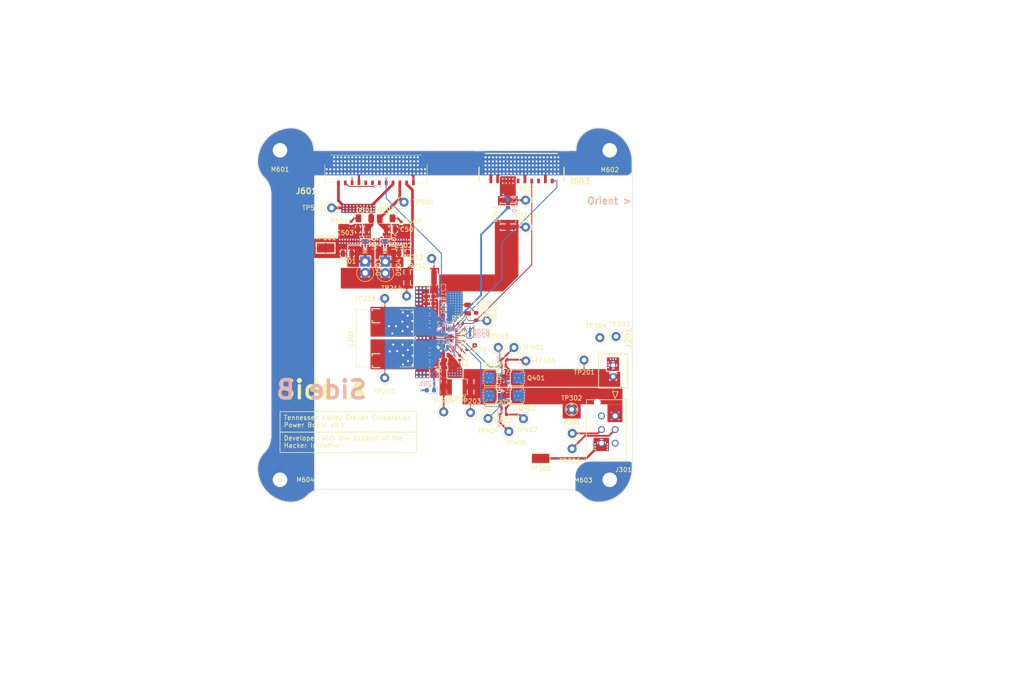
<source format=kicad_pcb>
(kicad_pcb (version 20221018) (generator pcbnew)
  (layers (0 "F.Cu" jumper) (1 "In1.Cu" power "GND.Cu") (2 "In2.Cu" power "3_3V.Cu") (31 "B.Cu" signal) (34 "B.Paste" user) (35 "F.Paste" user) (36 "B.SilkS" user "B.Silkscreen") (37 "F.SilkS" user "F.Silkscreen") (38 "B.Mask" user) (39 "F.Mask" user) (44 "Edge.Cuts" user))
  (property "PCB_VERSION" "0.1")
  (net 0 "")
  (net 1 "GND")
  (net 2 "/Charger/REGN")
  (net 3 "Net-(U201-SDRV)")
  (net 4 "/Charger/VBUS_PIN")
  (net 5 "/Input Selection/ACDRV1_SOURCE")
  (net 6 "/Input Selection/ACDRV2_SOURCE")
  (net 7 "Net-(D503-K)")
  (net 8 "Net-(D504-K)")
  (net 9 "+3.3V")
  (net 10 "+5V")
  (net 11 "Net-(D201-K)")
  (net 12 "Net-(D501-K)")
  (net 13 "Net-(D502-K)")
  (net 14 "VCC")
  (net 15 "SOLAR_VBUS")
  (net 16 "/Input Selection/SOLAR_VBUS_GATE")
  (net 17 "/Input Selection/USB_VBUS_GATE")
  (net 18 "/USB/USB_CC1")
  (net 19 "/USB/USB_CC2")
  (net 20 "USB_VBUS")
  (net 21 "/Charger/BATP")
  (net 22 "USB_D+")
  (net 23 "USB_D-")
  (net 25 "CHARGER_INT")
  (net 26 "unconnected-(J601-Pad7)")
  (net 27 "POWER_SDA")
  (net 28 "POWER_SCL")
  (net 29 "BATTERY_+")
  (net 31 "THERMISTOR")
  (net 33 "BATTERY_ID")
  (net 34 "VBUS")
  (net 35 "/Charger/STAT")
  (net 36 "ACDRV1")
  (net 37 "ACDRV2")
  (net 39 "/Charger/PMID")
  (net 40 "/Charger/BTST1")
  (net 41 "/Charger/SW1")
  (net 42 "/Charger/BTST2")
  (net 43 "/Charger/SW2")
  (net 44 "/Charger/SYS")
  (net 45 "/Charger/BAT")
  (footprint "Capacitor_SMD:C_0805_2012Metric" (layer "F.Cu") (at 103.65 68.775)
    (fp_text reference "C502")
    (fp_text value "1u")
  )
  (footprint "LED_SMD:LED_1206_3216Metric" (layer "F.Cu") (at 95.15 61.125)
    (fp_text reference "D501")
    (fp_text value "White LED")
  )
  (footprint "Resistor_SMD:R_2512_6332Metric" (layer "F.Cu") (at 126.6 60.0875 90)
    (fp_text reference "R211")
    (fp_text value "0.01")
  )
  (footprint "Capacitor_SMD:C_0603_1608Metric" (layer "F.Cu") (at 109.4 84.7 180)
    (fp_text reference "C214" hide)
    (fp_text value "10u")
  )
  (footprint "footprints:Molex_430450612" (layer "F.Cu") (at 150.2 104.6 90)
    (fp_text reference "J301")
    (fp_text value "Molex_430450612")
  )
  (footprint "TestPoint:TestPoint_Keystone_5000-5004_Miniature" (layer "F.Cu") (at 109.85 69.95)
    (fp_text reference "TP213")
    (fp_text value "White")
  )
  (footprint "Capacitor_SMD:C_0805_2012Metric" (layer "F.Cu") (at 94.575 63.55 180)
    (fp_text reference "C503")
    (fp_text value "2.2u")
  )
  (footprint "footprints:C_0402_1005Metric" (layer "F.Cu") (at 116.025 91.8 -90)
    (fp_text reference "C207")
    (fp_text value "0.1u")
  )
  (footprint "Capacitor_SMD:C_0603_1608Metric" (layer "F.Cu") (at 113.15 82.5)
    (fp_text reference "C218" hide)
    (fp_text value "10u")
  )
  (footprint "TestPoint:TestPoint_Keystone_5000-5004_Miniature" (layer "F.Cu") (at 112.49 103.71)
    (fp_text reference "TP206")
    (fp_text value "White")
  )
  (footprint "Capacitor_SMD:C_0603_1608Metric" (layer "F.Cu") (at 109.42 93.35 180)
    (fp_text reference "C201" hide)
    (fp_text value "10u")
  )
  (footprint "Capacitor_SMD:C_0805_2012Metric" (layer "F.Cu") (at 100.825 63.525)
    (fp_text reference "C504")
    (fp_text value "2.2u")
  )
  (footprint "Capacitor_SMD:C_0603_1608Metric" (layer "F.Cu") (at 109.42 81.5 180)
    (fp_text reference "C219" hide)
    (fp_text value "10u")
  )
  (footprint "TestPoint:TestPoint_Keystone_5000-5004_Miniature" (layer "F.Cu") (at 99.525 96.225)
    (fp_text reference "TP215")
    (fp_text value "White")
  )
  (footprint "TestPoint:TestPoint_Keystone_5000-5004_Miniature" (layer "F.Cu") (at 122 83.65)
    (fp_text reference "TP217")
    (fp_text value "White")
  )
  (footprint "MountingHole:MountingHole_3.2mm_M3_ISO7380_Pad_TopBottom" (layer "F.Cu") (at 149 46.15)
    (fp_text reference "M602")
    (fp_text value "~")
  )
  (footprint "MountingHole:MountingHole_3.2mm_M3_ISO7380_Pad_TopBottom" (layer "F.Cu") (at 76.5 118.65)
    (fp_text reference "M604")
    (fp_text value "~")
  )
  (footprint "TestPoint:TestPoint_Keystone_5000-5004_Miniature" (layer "F.Cu") (at 146.825 87.375)
    (fp_text reference "TP304")
    (fp_text value "White")
  )
  (footprint "footprints:Q3A_TEX" (layer "F.Cu") (at 128.3 100.124999)
    (fp_text reference "Q402")
    (fp_text value "CSD17581Q3A")
  )
  (footprint "TestPoint:TestPoint_Keystone_5000-5004_Miniature" (layer "F.Cu") (at 140.775 108.45)
    (fp_text reference "TP301")
    (fp_text value "Black")
  )
  (footprint "Package_SON:WSON-6-1EP_2x2mm_P0.65mm_EP1x1.6mm_ThermalVias" (layer "F.Cu") (at 99.575 66.2 -90)
    (fp_text reference "U502")
    (fp_text value "TLV76750DRVx")
  )
  (footprint "TestPoint:TestPoint_Keystone_5000-5004_Miniature" (layer "F.Cu") (at 140.725 111.825)
    (fp_text reference "TP306")
    (fp_text value "Black")
  )
  (footprint "footprints:C_0402_1005Metric" (layer "F.Cu") (at 110.4 88.37 90)
    (fp_text reference "C204" hide)
    (fp_text value "0.1u")
  )
  (footprint "TestPoint:TestPoint_Keystone_5019_Minature" (layer "F.Cu") (at 86.54 67.645)
    (fp_text reference "TP501")
    (fp_text value "Ring")
  )
  (footprint "footprints:504050-1091" (layer "F.Cu") (at 136.35 52.9)
    (fp_text reference "J603")
    (fp_text value "504050-1091" hide)
  )
  (footprint "TestPoint:TestPoint_Keystone_5000-5004_Miniature" (layer "F.Cu") (at 99.525 78.75)
    (fp_text reference "TP216")
    (fp_text value "White")
  )
  (footprint "Resistor_SMD:R_0402_1005Metric" (layer "F.Cu") (at 103.15 62.385 -90)
    (fp_text reference "R502")
    (fp_text value "150")
  )
  (footprint "footprints:C_0402_1005Metric" (layer "F.Cu") (at 125.675 93.65 180)
    (fp_text reference "C401" hide)
    (fp_text value "1n")
  )
  (footprint "footprints:Q3A_TEX" (layer "F.Cu") (at 123.100001 100.124999 180)
    (fp_text reference "Q404")
    (fp_text value "CSD17581Q3A")
  )
  (footprint "footprints:C_0402_1005Metric" (layer "F.Cu") (at 125.7 102.85)
    (fp_text reference "C402")
    (fp_text value "1n")
  )
  (footprint "TestPoint:TestPoint_Keystone_5019_Minature" (layer "F.Cu") (at 133.8 113.95 180)
    (fp_text reference "TP305")
    (fp_text value "Ring")
  )
  (footprint "Resistor_SMD:R_0402_1005Metric" (layer "F.Cu") (at 116.15 84.25)
    (fp_text reference "R202")
    (fp_text value "5.24k")
  )
  (footprint "Resistor_SMD:R_0603_1608Metric" (layer "F.Cu") (at 119.625 82.75 90)
    (fp_text reference "R203")
    (fp_text value "30.31k")
  )
  (footprint "TestPoint:TestPoint_Keystone_5000-5004_Miniature" (layer "F.Cu") (at 130.5 63.05)
    (fp_text reference "TP210")
    (fp_text value "White")
  )
  (footprint "TestPoint:TestPoint_Keystone_5000-5004_Miniature" (layer "F.Cu") (at 143.35 92.3)
    (fp_text reference "TP201")
    (fp_text value "White")
  )
  (footprint "Capacitor_SMD:C_0603_1608Metric" (layer "F.Cu") (at 109.42 91.75 180)
    (fp_text reference "C202" hide)
    (fp_text value "10u")
  )
  (footprint "footprints:C_0402_1005Metric" (layer "F.Cu") (at 117 90.125)
    (fp_text reference "C209")
    (fp_text value "0.1u")
  )
  (footprint "Capacitor_SMD:C_0805_2012Metric" (layer "F.Cu") (at 117.75 81.125 90)
    (fp_text reference "C208")
    (fp_text value "4.7u")
  )
  (footprint "Diode_THT:D_DO-15_P2.54mm_Vertical_KathodeUp" (layer "F.Cu") (at 95.225 70.6 -90)
    (fp_text reference "D503")
    (fp_text value "3A")
  )
  (footprint "TestPoint:TestPoint_Keystone_5000-5004_Miniature" (layer "F.Cu") (at 103.775 57.575)
    (fp_text reference "TP504")
    (fp_text value "Red")
  )
  (footprint "TestPoint:TestPoint_Keystone_5000-5004_Miniature" (layer "F.Cu") (at 130.55 92.5)
    (fp_text reference "TP405")
    (fp_text value "White")
  )
  (footprint "TestPoint:TestPoint_Keystone_5000-5004_Miniature" (layer "F.Cu") (at 87.85 58.825)
    (fp_text reference "TP503")
    (fp_text value "Red")
  )
  (footprint "footprints:B02BXASK1LFSN" (layer "F.Cu") (at 149.75 95.95 -90)
    (fp_text reference "J201")
    (fp_text value "B02B-XASK-1 (LF)(SN)" hide)
  )
  (footprint "MountingHole:MountingHole_3.2mm_M3_ISO7380_Pad_TopBottom" (layer "F.Cu") (at 149 118.65)
    (fp_text reference "M603")
    (fp_text value "~")
  )
  (footprint "Capacitor_SMD:C_0603_1608Metric" (layer "F.Cu") (at 109.42 79.9 180)
    (fp_text reference "C220" hide)
    (fp_text value "10u")
  )
  (footprint "footprints:Q3A_TEX" (layer "F.Cu") (at 123.099999 96.224999 180)
    (fp_text reference "Q403")
    (fp_text value "CSD17581Q3A")
  )
  (footprint "TestPoint:TestPoint_Keystone_5000-5004_Miniature" (layer "F.Cu") (at 104.35 78.225)
    (fp_text reference "TP214")
    (fp_text value "White")
  )
  (footprint "TestPoint:TestPoint_Keystone_5000-5004_Miniature" (layer "F.Cu") (at 127.95 89.55)
    (fp_text reference "TP401")
    (fp_text value "Red")
  )
  (footprint "TestPoint:TestPoint_Keystone_5000-5004_Miniature" (layer "F.Cu") (at 124.5 89.525)
    (fp_text reference "TP403")
    (fp_text value "Black")
  )
  (footprint "TestPoint:TestPoint_Keystone_5000-5004_Miniature" (layer "F.Cu") (at 118.39 103.86)
    (fp_text reference "TP203")
    (fp_text value "White")
  )
  (footprint "Capacitor_SMD:C_0805_2012Metric" (layer "F.Cu") (at 91.3 68.875 180)
    (fp_text reference "C501")
    (fp_text value "1u")
  )
  (footprint "Resistor_SMD:R_2512_6332Metric" (layer "F.Cu") (at 107.4 74.125 180)
    (fp_text reference "R212")
    (fp_text value "0.01")
  )
  (footprint "footprints:5040501291" (layer "F.Cu") (at 97.595 50.265)
    (fp_text reference "J601")
    (fp_text value "504050-1291" hide)
  )
  (footprint "TestPoint:TestPoint_Keystone_5000-5004_Miniature" (layer "F.Cu") (at 150.4 87.125)
    (fp_text reference "TP303")
    (fp_text value "White")
  )
  (footprint "Resistor_SMD:R_0402_1005Metric" (layer "F.Cu") (at 92.125 62.335 -90)
    (fp_text reference "R501")
    (fp_text value "68")
  )
  (footprint "LED_SMD:LED_1206_3216Metric" (layer "F.Cu") (at 99.825 61.125 180)
    (fp_text reference "D502")
    (fp_text value "White LED")
  )
  (footprint "Capacitor_SMD:C_0603_1608Metric" (layer "F.Cu") (at 109.4 90.15 180)
    (fp_text reference "C203" hide)
    (fp_text value "10u")
  )
  (footprint "TestPoint:TestPoint_Keystone_5000-5004_Miniature" (layer "F.Cu") (at 126.825 108.025)
    (fp_text reference "TP406")
    (fp_text value "White")
  )
  (footprint "footprints:RQM0029A-MFG" (layer "F.Cu") (at 113.499999 87.499999 90)
    (fp_text reference "U201")
    (fp_text value "BQ25798RQMR")
  )
  (footprint "footprints:C_0402_1005Metric" (layer "F.Cu") (at 112.92 91.05)
    (fp_text reference "C210" hide)
    (fp_text value "0.1u")
  )
  (footprint "Capacitor_SMD:C_0603_1608Metric" (layer "F.Cu") (at 109.42 83.1 180)
    (fp_text reference "C217" hide)
    (fp_text value "10u")
  )
  (footprint "TestPoint:TestPoint_Keystone_5000-5004_Miniature" (layer "F.Cu") (at 140.625 103.175)
    (fp_text reference "TP302")
    (fp_text value "Red")
  )
  (footprint "Capacitor_SMD:C_0603_1608Metric" (layer "F.Cu") (at 109.42 78.3 180)
    (fp_text reference "C221" hide)
    (fp_text value "10u")
  )
  (footprint "footprints:C_0402_1005Metric" (layer "F.Cu") (at 110.4 86.47 -90)
    (fp_text reference "C213" hide)
    (fp_text value "0.1u")
  )
  (footprint "Resistor_SMD:R_2512_6332Metric" (layer "F.Cu") (at 115.45 98.2 180)
    (fp_text reference "R207")
    (fp_text value "0.01")
  )
  (footprint "Inductor_SMD:L_12x12mm_H8mm" (layer "F.Cu") (at 99.55 87.5 90)
    (fp_text reference "L201")
    (fp_text value "1uH")
  )
  (footprint "footprints:C_0402_1005Metric" (layer "F.Cu") (at 112.9 83.8)
    (fp_text reference "C222" hide)
    (fp_text value "0.1u")
  )
  (footprint "Package_SON:WSON-6-1EP_2x2mm_P0.65mm_EP1x1.6mm_ThermalVias" (layer "F.Cu") (at 95.225 66.2 -90)
    (fp_text reference "U501")
    (fp_text value "TLV76733DRVx")
  )
  (footprint "MountingHole:MountingHole_3.2mm_M3_ISO7380_Pad_TopBottom" (layer "F.Cu") (at 76.5 46.15)
    (fp_text reference "M601")
    (fp_text value "~")
  )
  (footprint "Diode_SMD:D_SOD-523" (layer "F.Cu") (at 125.725 92.225)
    (fp_text reference "D401")
    (fp_text value "12V")
  )
  (footprint "Capacitor_SMD:C_0603_1608Metric" (layer "F.Cu") (at 113.15 80.95)
    (fp_text reference "C216" hide)
    (fp_text value "10u")
  )
  (footprint "TestPoint:TestPoint_Keystone_5000-5004_Miniature" (layer "F.Cu") (at 122.25 105.15)
    (fp_text reference "TP404")
    (fp_text value "Black")
  )
  (footprint "TestPoint:TestPoint_Keystone_5000-5004_Miniature" (layer "F.Cu") (at 130.025 105.2)
    (fp_text reference "TP402")
    (fp_text value "Red")
  )
  (footprint "TestPoint:TestPoint_Keystone_5000-5004_Miniature" (layer "F.Cu") (at 130.5 57.12)
    (fp_text reference "TP211")
    (fp_text value "White")
  )
  (footprint "footprints:Q3A_TEX" (layer "F.Cu") (at 128.3 96.224999)
    (fp_text reference "Q401")
    (fp_text value "CSD17581Q3A")
  )
  (footprint "Capacitor_SMD:C_0603_1608Metric" (layer "F.Cu") (at 113.2 93.95)
    (fp_text reference "C206" hide)
    (fp_text value "10u")
  )
  (footprint "Diode_THT:D_DO-15_P2.54mm_Vertical_KathodeUp" (layer "F.Cu") (at 99.65 70.65 -90)
    (fp_text reference "D504")
    (fp_text value "3A")
  )
  (footprint "Capacitor_SMD:C_0603_1608Metric" (layer "F.Cu") (at 113.2 92.35)
    (fp_text reference "C205" hide)
    (fp_text value "10u")
  )
  (footprint "Diode_SMD:D_SOD-523" (layer "F.Cu") (at 125.575 104.3 180)
    (fp_text reference "D402")
    (fp_text value "12V")
  )
  (footprint "LED_SMD:LED_0603_1608Metric" (layer "B.Cu") (at 109.575 98.95 180)
    (fp_text reference "D201")
    (fp_text value "Green LED")
  )
  (footprint "Resistor_SMD:R_0402_1005Metric" (layer "B.Cu") (at 110.35 95.435 90)
    (fp_text reference "R201")
    (fp_text value "2.21k")
  )
  (footprint "Resistor_SMD:R_0603_1608Metric" (layer "B.Cu") (at 126.65 57.95 90)
    (fp_text reference "R210")
    (fp_text value "100")
  )
  (footprint "Resistor_SMD:R_0603_1608Metric" (layer "B.Cu") (at 124.8 94.65 90)
    (fp_text reference "R401")
    (fp_text value "294")
  )
  (footprint "footprints:C_0402_1005Metric" (layer "B.Cu") (at 112.85 89.3 180)
    (fp_text reference "C211")
    (fp_text value "0.047u")
  )
  (footprint "footprints:C_0402_1005Metric" (layer "B.Cu") (at 111.35 77.33 90)
    (fp_text reference "C215")
    (fp_text value "1n")
  )
  (footprint "footprints:C_0402_1005Metric" (layer "B.Cu") (at 112.85 85.55 180)
    (fp_text reference "C212")
    (fp_text value "0.047u")
  )
  (footprint "Resistor_SMD:R_0603_1608Metric" (layer "B.Cu") (at 124.875 101.7 -90)
    (fp_text reference "R402")
    (fp_text value "294")
  )
  (footprint "Resistor_SMD:R_0402_1005Metric" (layer "B.Cu") (at 112.575 83.225 -90)
    (fp_text reference "R209")
    (fp_text value "10k")
  )
  (footprint "Resistor_SMD:R_0402_1005Metric" (layer "B.Cu") (at 117.775 85.875 180)
    (fp_text reference "R208")
    (fp_text value "10k")
  )
  (footprint "Resistor_SMD:R_0402_1005Metric" (layer "B.Cu") (at 117.775 86.9 180)
    (fp_text reference "R206")
    (fp_text value "10k")
  )
  (gr_arc (start 141.5 46.150002) (mid 142.964467 42.614467) (end 146.500002 41.15) (stroke (width 0.1)) (layer "Edge.Cuts"))
  (gr_line (start 139.428932 120.721068) (end 86.071068 120.721068) (stroke (width 0.1)) (layer "Edge.Cuts"))
  (gr_line (start 74.428932 109.078934) (end 74.428932 55.721068) (stroke (width 0.1)) (layer "Edge.Cuts"))
  (gr_arc (start 154 116.15) (mid 151.803301 121.4533) (end 146.5 123.65) (stroke (width 0.1)) (layer "Edge.Cuts"))
  (gr_arc (start 79 41.15) (mid 82.535534 42.614466) (end 84 46.15) (stroke (width 0.1)) (layer "Edge.Cuts"))
  (gr_arc (start 71.5 48.65) (mid 73.696699 43.3467) (end 79 41.15) (stroke (width 0.1)) (layer "Edge.Cuts"))
  (gr_arc (start 72.964466 52.185534) (mid 71.880602 50.563417) (end 71.5 48.65) (stroke (width 0.1)) (layer "Edge.Cuts"))
  (gr_arc (start 74.428932 109.078934) (mid 74.048329 110.992351) (end 72.964466 112.614468) (stroke (width 0.1)) (layer "Edge.Cuts"))
  (gr_arc (start 139.428932 120.721068) (mid 141.342349 121.101671) (end 142.964466 122.185534) (stroke (width 0.1)) (layer "Edge.Cuts"))
  (gr_arc (start 72.964466 52.185534) (mid 74.04833 53.807651) (end 74.428932 55.721068) (stroke (width 0.1)) (layer "Edge.Cuts"))
  (gr_line (start 154 48.65) (end 154 116.15) (stroke (width 0.1)) (layer "Edge.Cuts"))
  (gr_arc (start 79 123.650002) (mid 73.696699 121.453303) (end 71.5 116.150002) (stroke (width 0.1)) (layer "Edge.Cuts"))
  (gr_arc (start 146.500002 41.15) (mid 151.803302 43.346699) (end 154 48.65) (stroke (width 0.1)) (layer "Edge.Cuts"))
  (gr_arc (start 82.535534 122.185536) (mid 80.913417 123.2694) (end 79 123.650002) (stroke (width 0.1)) (layer "Edge.Cuts"))
  (gr_arc (start 146.5 123.65) (mid 144.586583 123.269398) (end 142.964466 122.185534) (stroke (width 0.1)) (layer "Edge.Cuts"))
  (gr_arc (start 82.535534 122.185536) (mid 84.157651 121.101672) (end 86.071068 120.72107) (stroke (width 0.1)) (layer "Edge.Cuts"))
  (gr_line (start 84 46.15) (end 141.5 46.15) (stroke (width 0.1)) (layer "Edge.Cuts"))
  (gr_arc (start 71.5 116.150002) (mid 71.880602 114.236585) (end 72.964466 112.614468) (stroke (width 0.1)) (layer "Edge.Cuts"))
  (gr_text "Orient >" (at 154 58.15) (layer "B.SilkS") (effects (font (size 1.5 1.5) (thickness 0.3) bold) (justify right bottom)))
  (gr_text "Side B" (at 96 101.15) (layer "B.SilkS") (effects (font (size 4 4) (thickness 0.75) bold) (justify left bottom mirror)))
  (gr_text "Orient >" (at 154 58.15) (layer "F.SilkS") (effects (font (size 1.5 1.5) (thickness 0.3) bold) (justify right bottom)))
  (gr_text "Side A" (at 75.5 101.15) (layer "F.SilkS") (effects (font (size 4 4) (thickness 0.75) bold) (justify left bottom)))
  (gr_text_box "Tennessee Valley Stellar Corporation\nPower Board v${PCB_VERSION}\n" (start 76.5 103.65) (end 106.5 108.15) (layer "F.SilkS") (effects (font (size 1 1)) (justify left top)) (stroke (width 0.15)))
  (gr_text_box "Developed with the support of the Hacker Initiative" (start 76.5 108.15) (end 106.5 112.65) (layer "F.SilkS") (effects (font (size 1 1)) (justify left top)) (stroke (width 0.15)))
  (segment (start 113.38 83.8) (end 113.75 83.8) (width 0.6) (layer "F.Cu") (net 1))
  (segment (start 134.85 51.6) (end 134.5 51.25) (width 0.6) (layer "F.Cu") (net 1))
  (segment (start 124.35 51.8) (end 124.9 51.25) (width 0.6) (layer "F.Cu") (net 1))
  (segment (start 122.85 52.9) (end 122.85 51.7) (width 0.6) (layer "F.Cu") (net 1))
  (segment (start 93.845 51.38) (end 94 51.225) (width 0.5) (layer "F.Cu") (net 1))
  (segment (start 94.1875 65.3125) (end 93.675 65.825) (width 0.2) (layer "F.Cu") (net 1))
  (segment (start 118.3 90.125) (end 119.325 89.1) (width 0.2) (layer "F.Cu") (net 1))
  (segment (start 146.625003 110.85) (end 147.200001 111.424998) (width 0.2) (layer "F.Cu") (net 1))
  (segment (start 117.75 80.175) (end 116.525 80.175) (width 0.2) (layer "F.Cu") (net 1))
  (segment (start 145.81 112) (end 146.624999 112) (width 0.2) (layer "F.Cu") (net 1))
  (segment (start 137.71 47.71) (end 137.7 47.7) (width 0.5) (layer "F.Cu") (net 1))
  (segment (start 117.48 90.125) (end 118.3 90.125) (width 0.2) (layer "F.Cu") (net 1))
  (segment (start 113.975 91.625) (end 113.4 91.05) (width 0.6) (layer "F.Cu") (net 1))
  (segment (start 116.525 80.175) (end 116.25 79.9) (width 0.2) (layer "F.Cu") (net 1))
  (segment (start 93.625 63.55) (end 93.625 64.3625) (width 0.2) (layer "F.Cu") (net 1))
  (segment (start 145.81 110.85) (end 146.625003 110.85) (width 0.2) (layer "F.Cu") (net 1))
  (segment (start 110.4 87.89) (end 110.4 86.95) (width 0.6) (layer "F.Cu") (net 1))
  (segment (start 88.39 47.685) (end 88.4 47.675) (width 0.5) (layer "F.Cu") (net 1))
  (segment (start 113.925 82.5) (end 113.925 80.95) (width 0.6) (layer "F.Cu") (net 1))
  (segment (start 110.949999 87.499999) (end 110.4 86.95) (width 0.2) (layer "F.Cu") (net 1))
  (segment (start 147.200001 111.424998) (end 145.810002 111.424998) (width 0.2) (layer "F.Cu") (net 1))
  (segment (start 114.4 87.45) (end 114.350001 87.499999) (width 0.2) (layer "F.Cu") (net 1))
  (segment (start 147.794999 110.83) (end 147.200001 111.424998) (width 0.2) (layer "F.Cu") (net 1))
  (segment (start 95.225 66.2125) (end 95.225 67.775) (width 0.2) (layer "F.Cu") (net 1))
  (segment (start 122.85 51.7) (end 123.3 51.25) (width 0.6) (layer "F.Cu") (net 1))
  (segment (start 93.625 64.3625) (end 94.575 65.3125) (width 0.2) (layer "F.Cu") (net 1))
  (segment (start 116.025 93.675) (end 115.6 94.1) (width 0.2) (layer "F.Cu") (net 1))
  (segment (start 111.8 87.499999) (end 110.790001 87.499999) (width 0.2) (layer "F.Cu") (net 1))
  (segment (start 147.200001 111.424998) (end 148.470002 111.424998) (width 0.2) (layer "F.Cu") (net 1))
  (segment (start 110.790001 87.499999) (end 110.4 87.89) (width 0.2) (layer "F.Cu") (net 1))
  (segment (start 113.975 92.35) (end 113.975 91.625) (width 0.6) (layer "F.Cu") (net 1))
  (segment (start 104.41 47.685) (end 104.4 47.675) (width 0.5) (layer "F.Cu") (net 1))
  (segment (start 130.35 51.4) (end 130.5 51.25) (width 0.6) (layer "F.Cu") (net 1))
  (segment (start 113.75 83.8) (end 113.95 83.6) (width 0.6) (layer "F.Cu") (net 1))
  (segment (start 116.025 92.28) (end 116.025 93.675) (width 0.2) (layer "F.Cu") (net 1))
  (segment (start 98.5125 65.3125) (end 97.975 65.85) (width 0.2) (layer "F.Cu") (net 1))
  (segment (start 94.575 65.3125) (end 94.1875 65.3125) (width 0.2) (layer "F.Cu") (net 1))
  (segment (start 114.350001 87.499999) (end 111.8 87.499999) (width 0.2) (layer "F.Cu") (net 1))
  (segment (start 111.8 87.499999) (end 110.949999 87.499999) (width 0.2) (layer "F.Cu") (net 1))
  (segment (start 148.470002 111.424998) (end 148.49 111.405) (width 0.2) (layer "F.Cu") (net 1))
  (segment (start 119.5 81.925) (end 117.75 80.175) (width 0.2) (layer "F.Cu") (net 1))
  (segment (start 124.35 52.9) (end 124.35 51.8) (width 0.6) (layer "F.Cu") (net 1))
  (segment (start 133.8 113.95) (end 143.849999 113.95) (width 0.5) (layer "F.Cu") (net 1))
  (segment (start 121.69 47.71) (end 121.7 47.7) (width 0.5) (layer "F.Cu") (net 1))
  (segment (start 130.35 52.9) (end 130.35 51.4) (width 0.6) (layer "F.Cu") (net 1))
  (segment (start 105.845 53.315) (end 105.845 51.87) (width 0.5) (layer "F.Cu") (net 1))
  (segment (start 99.575 67.0875) (end 99.575 67.85) (width 0.2) (layer "F.Cu") (net 1))
  (segment (start 148.49 111.98) (end 147.755003 111.98) (width 0.2) (layer "F.Cu") (net 1))
  (segment (start 113.925 83.575) (end 113.925 82.5) (width 0.6) (layer "F.Cu") (net 1))
  (segment (start 93.845 53.315) (end 93.845 51.38) (width 0.5) (layer "F.Cu") (net 1))
  (segment (start 145.810002 111.424998) (end 145.81 111.425) (width 0.2) (layer "F.Cu") (net 1))
  (segment (start 147.755003 111.98) (end 147.200001 111.424998) (width 0.2) (layer "F.Cu") (net 1))
  (segment (start 119.625 81.925) (end 119.5 81.925) (width 0.2) (layer "F.Cu") (net 1))
  (segment (start 114.550001 87.299999) (end 115.399998 87.299999) (width 0.2) (layer "F.Cu") (net 1))
  (segment (start 113.975 93.95) (end 113.975 92.35) (width 1) (layer "F.Cu") (net 1))
  (segment (start 146.624999 112) (end 147.200001 111.424998) (width 0.2) (layer "F.Cu") (net 1))
  (segment (start 113.95 83.6) (end 113.925 83.575) (width 0.6) (layer "F.Cu") (net 1))
  (segment (start 148.49 110.83) (end 147.794999 110.83) (width 0.2) (layer "F.Cu") (net 1))
  (segment (start 134.85 52.9) (end 134.85 51.6) (width 0.6) (layer "F.Cu") (net 1))
  (segment (start 114.4 87.45) (end 114.550001 87.299999) (width 0.2) (layer "F.Cu") (net 1))
  (segment (start 105.845 51.87) (end 105.2 51.225) (width 0.5) (layer "F.Cu") (net 1))
  (segment (start 143.849999 113.95) (end 147.200001 110.599998) (width 0.5) (layer "F.Cu") (net 1))
  (segment (start 99.575 67.0875) (end 99.575 66.2) (width 0.2) (layer "F.Cu") (net 1))
  (segment (start 98.925 65.3125) (end 98.5125 65.3125) (width 0.2) (layer "F.Cu") (net 1))
  (via (at 115 95.2) (size 0.4) (drill 0.2) (layers "F.Cu" "B.Cu") (net 1))
  (via (at 115.675 79.35) (size 0.4) (drill 0.2) (layers "F.Cu" "B.Cu") (net 1))
  (via (at 90 49.425) (size 0.75) (drill 0.45) (layers "F.Cu" "B.Cu") (net 1))
  (via (at 108.2 87.45) (size 0.75) (drill 0.45) (layers "F.Cu" "B.Cu") (net 1))
  (via (at 100.4 47.675) (size 0.75) (drill 0.45) (layers "F.Cu" "B.Cu") (net 1))
  (via (at 97.2 51.225) (size 0.75) (drill 0.45) (layers "F.Cu" "B.Cu") (net 1))
  (via (at 88.4 51.225) (size 0.75) (drill 0.45) (layers "F.Cu" "B.Cu") (net 1))
  (via (at 106 49.425) (size 0.75) (drill 0.45) (layers "F.Cu" "B.Cu") (net 1))
  (via (at 121.7 48.6) (size 0.75) (drill 0.45) (layers "F.Cu" "B.Cu") (net 1))
  (via (at 95.6 47.675) (size 0.75) (drill 0.45) (layers "F.Cu" "B.Cu") (net 1))
  (via (at 115.125 78.2) (size 0.4) (drill 0.2) (layers "F.Cu" "B.Cu") (net 1))
  (via (at 114.4 87.45) (size 0.45) (drill 0.3) (layers "F.Cu" "B.Cu") (net 1))
  (via (at 107.4 76.5) (size 0.75) (drill 0.45) (layers "F.Cu" "B.Cu") (net 1))
  (via (at 122.5 49.45) (size 0.75) (drill 0.45) (layers "F.Cu" "B.Cu") (net 1))
  (via (at 94.8 48.575) (size 0.75) (drill 0.45) (layers "F.Cu" "B.Cu") (net 1))
  (via (at 106 50.325) (size 0.75) (drill 0.45) (layers "F.Cu" "B.Cu") (net 1))
  (via (at 95.6 49.425) (size 0.75) (drill 0.45) (layers "F.Cu" "B.Cu") (net 1))
  (via (at 100.4 51.225) (size 0.75) (drill 0.45) (layers "F.Cu" "B.Cu") (net 1))
  (via (at 97.2 47.675) (size 0.75) (drill 0.45) (layers "F.Cu" "B.Cu") (net 1))
  (via (at 98 48.575) (size 0.75) (drill 0.45) (layers "F.Cu" "B.Cu") (net 1))
  (via (at 124.9 49.45) (size 0.75) (drill 0.45) (layers "F.Cu" "B.Cu") (net 1))
  (via (at 92.4 49.425) (size 0.75) (drill 0.45) (layers "F.Cu" "B.Cu") (net 1))
  (via (at 93.2 51.225) (size 0.75) (drill 0.45) (layers "F.Cu" "B.Cu") (net 1))
  (via (at 115.125 81.55) (size 0.4) (drill 0.2) (layers "F.Cu" "B.Cu") (net 1))
  (via (at 130.5 50.35) (size 0.75) (drill 0.45) (layers "F.Cu" "B.Cu") (net 1))
  (via (at 116.2 95.2) (size 0.4) (drill 0.2) (layers "F.Cu" "B.Cu") (net 1))
  (via (at 148.66 93.96) (size 0.45) (drill 0.3) (layers "F.Cu" "B.Cu") (net 1))
  (via (at 145.81 111.425) (size 0.45) (drill 0.3) (layers "F.Cu" "B.Cu") (net 1))
  (via (at 90.8 47.675) (size 0.75) (drill 0.45) (layers "F.Cu" "B.Cu") (net 1))
  (via (at 133.7 51.25) (size 0.75) (drill 0.45) (layers "F.Cu" "B.Cu") (net 1))
  (via (at 124.9 48.6) (size 0.75) (drill 0.45) (layers "F.Cu" "B.Cu") (net 1))
  (via (at 106 51.225) (size 0.75) (drill 0.45) (layers "F.Cu" "B.Cu") (net 1))
  (via (at 106.8 50.325) (size 0.75) (drill 0.45) (layers "F.Cu" "B.Cu") (net 1))
  (via (at 98.8 51.225) (size 0.75) (drill 0.45) (layers "F.Cu" "B.Cu") (net 1))
  (via (at 106.8 49.425) (size 0.75) (drill 0.45) (layers "F.Cu" "B.Cu") (net 1))
  (via (at 149.18 92.11) (size 0.45) (drill 0.3) (layers "F.Cu" "B.Cu") (net 1))
  (via (at 114.55 78.75) (size 0.4) (drill 0.2) (layers "F.Cu" "B.Cu") (net 1))
  (via (at 133.7 48.6) (size 0.75) (drill 0.45) (layers "F.Cu" "B.Cu") (net 1))
  (via (at 96.4 51.225) (size 0.75) (drill 0.45) (layers "F.Cu" "B.Cu") (net 1))
  (via (at 103.6 48.575) (size 0.75) (drill 0.45) (layers "F.Cu" "B.Cu") (net 1))
  (via (at 135.3 51.25) (size 0.75) (drill 0.45) (layers "F.Cu" "B.Cu") (net 1))
  (via (at 128.9 51.25) (size 0.75) (drill 0.45) (layers "F.Cu" "B.Cu") (net 1))
  (via (at 126.5 47.7) (size 0.75) (drill 0.45) (layers "F.Cu" "B.Cu") (net 1))
  (via (at 125.7 51.25) (size 0.75) (drill 0.45) (layers "F.Cu" "B.Cu") (net 1))
  (via (at 93.2 49.425) (size 0.75) (drill 0.45) (layers "F.Cu" "B.Cu") (net 1))
  (via (at 101.2 47.675) (size 0.75) (drill 0.45) (layers "F.Cu" "B.Cu") (net 1))
  (via (at 130.5 47.7) (size 0.75) (drill 0.45) (layers "F.Cu" "B.Cu") (net 1))
  (via (at 124.9 51.25) (size 0.75) (drill 0.45) (layers "F.Cu" "B.Cu") (net 1))
  (via (at 103.6 49.425) (size 0.75) (drill 0.45) (layers "F.Cu" "B.Cu") (net 1))
  (via (at 116.25 77.65) (size 0.4) (drill 0.2) (layers "F.Cu" "B.Cu") (net 1))
  (via (at 148.66 93.385) (size 0.45) (drill 0.3) (layers "F.Cu" "B.Cu") (net 1))
  (via (at 94 48.575) (size 0.75) (drill 0.45) (layers "F.Cu" "B.Cu") (net 1))
  (via (at 132.1 51.25) (size 0.75) (drill 0.45) (layers "F.Cu" "B.Cu") (net 1))
  (via (at 89.65 65.825) (size 0.45) (drill 0.3) (layers "F.Cu" "B.Cu") (net 1))
  (via (at 91.6 49.425) (size 0.75) (drill 0.45) (layers "F.Cu" "B.Cu") (net 1))
  (via (at 102 48.575) (size 0.75) (drill 0.45) (layers "F.Cu" "B.Cu") (net 1))
  (via (at 109 76.5) (size 0.75) (drill 0.45) (layers "F.Cu" "B.Cu") (net 1))
  (via (at 101.975 66.6) (size 0.45) (drill 0.3) (layers "F.Cu" "B.Cu") (net 1))
  (via (at 115.6 94.1) (size 0.4) (drill 0.2) (layers "F.Cu" "B.Cu") (net 1))
  (via (at 121.7 49.45) (size 0.75) (drill 0.45) (layers "F.Cu" "B.Cu") (net 1))
  (via (at 96.84 66.6) (size 0.45) (drill 0.3) (layers "F.Cu" "B.Cu") (net 1))
  (via (at 104.4 48.575) (size 0.75) (drill 0.45) (layers "F.Cu" "B.Cu") (net 1))
  (via (at 101.2 49.425) (size 0.75) (drill 0.45) (layers "F.Cu" "B.Cu") (net 1))
  (via (at 98 49.425) (size 0.75) (drill 0.45) (layers "F.Cu" "B.Cu") (net 1))
  (via (at 116.25 78.8) (size 0.4) (drill 0.2) (layers "F.Cu" "B.Cu") (net 1))
  (via (at 86.75 51.225) (size 0.75) (drill 0.45) (layers "F.Cu" "B.Cu") (net 1))
  (via (at 104.4 47.675) (size 0.75) (drill 0.45) (layers "F.Cu" "B.Cu") (net 1))
  (via (at 103.7 66.6) (size 0.45) (drill 0.3) (layers "F.Cu" "B.Cu") (net 1))
  (via (at 107.6 50.325) (size 0.75) (drill 0.45) (layers "F.Cu" "B.Cu") (net 1))
  (via (at 135.3 47.7) (size 0.75) (drill 0.45) (layers "F.Cu" "B.Cu") (net 1))
  (via (at 93.675 66.575) (size 0.45) (drill 0.3) (layers "F.Cu" "B.Cu") (net 1))
  (via (at 103.125 66.6) (size 0.45) (drill 0.3) (layers "F.Cu" "B.Cu") (net 1))
  (via (at 102.8 48.575) (size 0.75) (drill 0.45) (layers "F.Cu" "B.Cu") (net 1))
  (via (at 131.3 49.45) (size 0.75) (drill 0.45) (layers "F.Cu" "B.Cu") (net 1))
  (via (at 125.7 48.6) (size 0.75) (drill 0.45) (layers "F.Cu" "B.Cu") (net 1))
  (via (at 98 51.225) (size 0.75) (drill 0.45) (layers "F.Cu" "B.Cu") (net 1))
  (via (at 134.5 50.35) (size 0.75) (drill 0.45) (layers "F.Cu" "B.Cu") (net 1))
  (via (at 132.1 47.7) (size 0.75) (drill 0.45) (layers "F.Cu" "B.Cu") (net 1))
  (via (at 107.4 78.2) (size 0.75) (drill 0.45) (layers "F.Cu" "B.Cu") (net 1))
  (via (at 107.4 95.15) (size 0.75) (drill 0.45) (layers "F.Cu" "B.Cu") (net 1))
  (via (at 105.2 50.325) (size 0.75) (drill 0.45) (layers "F.Cu" "B.Cu") (net 1))
  (via (at 123.3 48.6) (size 0.75) (drill 0.45) (layers "F.Cu" "B.Cu") (net 1))
  (via (at 104.4 50.325) (size 0.75) (drill 0.45) (layers "F.Cu" "B.Cu") (net 1))
  (via (at 132.9 50.35) (size 0.75) (drill 0.45) (layers "F.Cu" "B.Cu") (net 1))
  (via (at 98 47.675) (size 0.75) (drill 0.45) (layers "F.Cu" "B.Cu") (net 1))
  (via (at 131.3 50.35) (size 0.75) (drill 0.45) (layers "F.Cu" "B.Cu") (net 1))
  (via (at 148.49 111.405) (size 0.45) (drill 0.3) (layers "F.Cu" "B.Cu") (net 1))
  (via (at 90.8 66.575) (size 0.45) (drill 0.3) (layers "F.Cu" "B.Cu") (net 1))
  (via (at 92.525 66.575) (size 0.45) (drill 0.3) (layers "F.Cu" "B.Cu") (net 1))
  (via (at 125.7 50.35) (size 0.75) (drill 0.45) (layers "F.Cu" "B.Cu") (net 1))
  (via (at 137.7 50.35) (size 0.75) (drill 0.45) (layers "F.Cu" "B.Cu") (net 1))
  (via (at 109 95.15) (size 0.75) (drill 0.45) (layers "F.Cu" "B.Cu") (net 1))
  (via (at 105.2 47.675) (size 0.75) (drill 0.45) (layers "F.Cu" "B.Cu") (net 1))
  (via (at 150.33 92.11) (size 0.45) (drill 0.3) (layers "F.Cu" "B.Cu") (net 1))
  (via (at 115.6 95.2) (size 0.4) (drill 0.2) (layers "F.Cu" "B.Cu") (net 1))
  (via (at 148.49 110.83) (size 0.45) (drill 0.3) (layers "F.Cu" "B.Cu") (net 1))
  (via (at 123.3 50.35) (size 0.75) (drill 0.45) (layers "F.Cu" "B.Cu") (net 1))
  (via (at 128.9 47.7) (size 0.75) (drill 0.45) (layers "F.Cu" "B.Cu") (net 1))
  (via (at 121.7 50.35) (size 0.75) (drill 0.45) (layers "F.Cu" "B.Cu") (net 1))
  (via (at 114.55 86.8) (size 0.45) (drill 0.3) (layers "F.Cu" "B.Cu") (net 1))
  (via (at 108.2 95.15) (size 0.75) (drill 0.45) (layers "F.Cu" "B.Cu") (net 1))
  (via (at 89.2 50.325) (size 0.75) (drill 0.45) (layers "F.Cu" "B.Cu") (net 1))
  (via (at 136.9 47.7) (size 0.75) (drill 0.45) (layers "F.Cu" "B.Cu") (net 1))
  (via (at 90.225 65.825) (size 0.45) (drill 0.3) (layers "F.Cu" "B.Cu") (net 1))
  (via (at 115.675 78.75) (size 0.4) (drill 0.2) (layers "F.Cu" "B.Cu") (net 1))
  (via (at 132.1 48.6) (size 0.75) (drill 0.45) (layers "F.Cu" "B.Cu") (net 1))
  (via (at 115.675 77.65) (size 0.4) (drill 0.2) (layers "F.Cu" "B.Cu") (net 1))
  (via (at 127.3 49.45) (size 0.75) (drill 0.45) (layers "F.Cu" "B.Cu") (net 1))
  (via (at 123.3 51.25) (size 0.75) (drill 0.45) (layers "F.Cu" "B.Cu") (net 1))
  (via (at 99.575 67.85) (size 0.45) (drill 0.3) (layers "F.Cu" "B.Cu") (net 1))
  (via (at 91.6 51.225) (size 0.75) (drill 0.45) (layers "F.Cu" "B.Cu") (net 1))
  (via (at 135.3 48.6) (size 0.75) (drill 0.45) (layers "F.Cu" "B.Cu") (net 1))
  (via (at 136.9 48.6) (size 0.75) (drill 0.45) (layers "F.Cu" "B.Cu") (net 1))
  (via (at 115 95.75) (size 0.4) (drill 0.2) (layers "F.Cu" "B.Cu") (net 1))
  (via (at 99.6 47.675) (size 0.75) (drill 0.45) (layers "F.Cu" "B.Cu") (net 1))
  (via (at 93.2 50.325) (size 0.75) (drill 0.45) (layers "F.Cu" "B.Cu") (net 1))
  (via (at 132.9 51.25) (size 0.75) (drill 0.45) (layers "F.Cu" "B.Cu") (net 1))
  (via (at 115.125 79.9) (size 0.4) (drill 0.2) (layers "F.Cu" "B.Cu") (net 1))
  (via (at 90 50.325) (size 0.75) (drill 0.45) (layers "F.Cu" "B.Cu") (net 1))
  (via (at 104.4 49.425) (size 0.75) (drill 0.45) (layers "F.Cu" "B.Cu") (net 1))
  (via (at 104.85 65.85) (size 0.45) (drill 0.3) (layers "F.Cu" "B.Cu") (net 1))
  (via (at 105.2 51.225) (size 0.75) (drill 0.45) (layers "F.Cu" "B.Cu") (net 1))
  (via (at 133.7 47.7) (size 0.75) (drill 0.45) (layers "F.Cu" "B.Cu") (net 1))
  (via (at 135.3 49.45) (size 0.75) (drill 0.45) (layers "F.Cu" "B.Cu") (net 1))
  (via (at 96.4 50.325) (size 0.75) (drill 0.45) (layers "F.Cu" "B.Cu") (net 1))
  (via (at 108.4 51.225) (size 0.75) (drill 0.45) (layers "F.Cu" "B.Cu") (net 1))
  (via (at 115.125 81) (size 0.4) (drill 0.2) (layers "F.Cu" "B.Cu") (net 1))
  (via (at 109 87.45) (size 0.75) (drill 0.45) (layers "F.Cu" "B.Cu") (net 1))
  (via (at 94 47.675) (size 0.75) (drill 0.45) (layers "F.Cu" "B.Cu") (net 1))
  (via (at 128.1 50.35) (size 0.75) (drill 0.45) (layers "F.Cu" "B.Cu") (net 1))
  (via (at 134.5 49.45) (size 0.75) (drill 0.45) (layers "F.Cu" "B.Cu") (net 1))
  (via (at 102.55 65.85) (size 0.45) (drill 0.3) (layers "F.Cu" "B.Cu") (net 1))
  (via (at 136.1 47.7) (size 0.75) (drill 0.45) (layers "F.Cu" "B.Cu") (net 1))
  (via (at 137.7 47.7) (size 0.75) (drill 0.45) (layers "F.Cu" "B.Cu") (net 1))
  (via (at 128.1 51.25) (size 0.75) (drill 0.45) (layers "F.Cu" "B.Cu") (net 1))
  (via (at 137.7 51.25) (size 0.75) (drill 0.45) (layers "F.Cu" "B.Cu") (net 1))
  (via (at 90.8 48.575) (size 0.75) (drill 0.45) (layers "F.Cu" "B.Cu") (net 1))
  (via (at 99.6 49.425) (size 0.75) (drill 0.45) (layers "F.Cu" "B.Cu") (net 1))
  (via (at 136.1 49.45) (size 0.75) (drill 0.45) (layers "F.Cu" "B.Cu") (net 1))
  (via (at 132.9 47.7) (size 0.75) (drill 0.45) (layers "F.Cu" "B.Cu") (net 1))
  (via (at 102 51.225) (size 0.75) (drill 0.45) (layers "F.Cu" "B.Cu") (net 1))
  (via (at 94.8 47.675) (size 0.75) (drill 0.45) (layers "F.Cu" "B.Cu") (net 1))
  (via (at 93.2 48.575) (size 0.75) (drill 0.45) (layers "F.Cu" "B.Cu") (net 1))
  (via (at 87.55 50.325) (size 0.75) (drill 0.45) (layers "F.Cu" "B.Cu") (net 1))
  (via (at 116.25 81.55) (size 0.4) (drill 0.2) (layers "F.Cu" "B.Cu") (net 1))
  (via (at 97.975 65.85) (size 0.45) (drill 0.3) (layers "F.Cu" "B.Cu") (net 1))
  (via (at 136.1 51.25) (size 0.75) (drill 0.45) (layers "F.Cu" "B.Cu") (net 1))
  (via (at 98.8 47.675) (size 0.75) (drill 0.45) (layers "F.Cu" "B.Cu") (net 1))
  (via (at 119.325 89.1) (size 0.45) (drill 0.3) (layers "F.Cu" "B.Cu") (net 1))
  (via (at 122.5 47.7) (size 0.75) (drill 0.45) (layers "F.Cu" "B.Cu") (net 1))
  (via (at 124.9 50.35) (size 0.75) (drill 0.45) (layers "F.Cu" "B.Cu") (net 1))
  (via (at 106.6 76.5) (size 0.75) (drill 0.45) (layers "F.Cu" "B.Cu") (net 1))
  (via (at 101.2 48.575) (size 0.75) (drill 0.45) (layers "F.Cu" "B.Cu") (net 1))
  (via (at 131.3 47.7) (size 0.75) (drill 0.45) (layers "F.Cu" "B.Cu") (net 1))
  (via (at 131.3 51.25) (size 0.75) (drill 0.45) (layers "F.Cu" "B.Cu") (net 1))
  (via (at 107.4 79.9) (size 0.75) (drill 0.45) (layers "F.Cu" "B.Cu") (net 1))
  (via (at 87.55 51.225) (size 0.75) (drill 0.45) (layers "F.Cu" "B.Cu") (net 1))
  (via (at 115.675 82.1) (size 0.4) (drill 0.2) (layers "F.Cu" "B.Cu") (net 1))
  (via (at 106.6 95.95) (size 0.75) (drill 0.45) (layers "F.Cu" "B.Cu") (net 1))
  (via (at 124.1 50.35) (size 0.75) (drill 0.45) (layers "F.Cu" "B.Cu") (net 1))
  (via (at 106.8 51.225) (size 0.75) (drill 0.45) (layers "F.Cu" "B.Cu") (net 1))
  (via (at 114.55 77.65) (size 0.4) (drill 0.2) (layers "F.Cu" "B.Cu") (net 1))
  (via (at 95.225 67.775) (size 0.45) (drill 0.3) (layers "F.Cu" "B.Cu") (net 1))
  (via (at 132.9 49.45) (size 0.75) (drill 0.45) (layers "F.Cu" "B.Cu") (net 1))
  (via (at 90.8 50.325) (size 0.75) (drill 0.45) (layers "F.Cu" "B.Cu") (net 1))
  (via (at 127.3 47.7) (size 0.75) (drill 0.45) (layers "F.Cu" "B.Cu") (net 1))
  (via (at 116.2 94.1) (size 0.4) (drill 0.2) (layers "F.Cu" "B.Cu") (net 1))
  (via (at 128.1 48.6) (size 0.75) (drill 0.45) (layers "F.Cu" "B.Cu") (net 1))
  (via (at 102.8 51.225) (size 0.75) (drill 0.45) (layers "F.Cu" "B.Cu") (net 1))
  (via (at 137.7 48.6) (size 0.75) (drill 0.45) (layers "F.Cu" "B.Cu") (net 1))
  (via (at 113.95 78.75) (size 0.4) (drill 0.2) (layers "F.Cu" "B.Cu") (net 1))
  (via (at 130.5 51.25) (size 0.75) (drill 0.45) (layers "F.Cu" "B.Cu") (net 1))
  (via (at 92.4 48.575) (size 0.75) (drill 0.45) (layers "F.Cu" "B.Cu") (net 1))
  (via (at 90 51.225) (size 0.75) (drill 0.45) (layers "F.Cu" "B.Cu") (net 1))
  (via (at 89.2 51.225) (size 0.75) (drill 0.45) (layers "F.Cu" "B.Cu") (net 1))
  (via (at 94.8 49.425) (size 0.75) (drill 0.45) (layers "F.Cu" "B.Cu") (net 1))
  (via (at 91.6 48.575) (size 0.75) (drill 0.45) (layers "F.Cu" "B.Cu") (net 1))
  (via (at 115.125 77.65) (size 0.4) (drill 0.2) (layers "F.Cu" "B.Cu") (net 1))
  (via (at 129.7 48.6) (size 0.75) (drill 0.45) (layers "F.Cu" "B.Cu") (net 1))
  (via (at 106.6 78.2) (size 0.75) (drill 0.45) (layers "F.Cu" "B.Cu") (net 1))
  (via (at 101.975 65.85) (size 0.45) (drill 0.3) (layers "F.Cu" "B.Cu") (net 1))
  (via (at 88.4 48.575) (size 0.75) (drill 0.45) (layers "F.Cu" "B.Cu") (net 1))
  (via (at 107.4 77.35) (size 0.75) (drill 0.45) (layers "F.Cu" "B.Cu") (net 1))
  (via (at 100.4 48.575) (size 0.75) (drill 0.45) (layers "F.Cu" "B.Cu") (net 1))
  (via (at 106 48.575) (size 0.75) (drill 0.45) (layers "F.Cu" "B.Cu") (net 1))
  (via (at 91.95 66.575) (size 0.45) (drill 0.3) (layers "F.Cu" "B.Cu") (net 1))
  (via (at 95.6 51.225) (size 0.75) (drill 0.45) (layers "F.Cu" "B.Cu") (net 1))
  (via (at 123.3 49.45) (size 0.75) (drill 0.45) (layers "F.Cu" "B.Cu") (net 1))
  (via (at 104.275 66.6) (size 0.45) (drill 0.3) (layers "F.Cu" "B.Cu") (net 1))
  (via (at 114.55 79.85) (size 0.4) (drill 0.2) (layers "F.Cu" "B.Cu") (net 1))
  (via (at 116.2 94.65) (size 0.4) (drill 0.2) (layers "F.Cu" "B.Cu") (net 1))
  (via (at 105.2 49.425) (size 0.75) (drill 0.45) (layers "F.Cu" "B.Cu") (net 1))
  (via (at 104.85 66.6) (size 0.45) (drill 0.3) (layers "F.Cu" "B.Cu") (net 1))
  (via (at 115.675 79.9) (size 0.4) (drill 0.2) (layers "F.Cu" "B.Cu") (net 1))
  (via (at 148.66 92.81) (size 0.45) (drill 0.3) (layers "F.Cu" "B.Cu") (net 1))
  (via (at 136.1 50.35) (size 0.75) (drill 0.45) (layers "F.Cu" "B.Cu") (net 1))
  (via (at 125.7 47.7) (size 0.75) (drill 0.45) (layers "F.Cu" "B.Cu") (net 1))
  (via (at 124.9 47.7) (size 0.75) (drill 0.45) (layers "F.Cu" "B.Cu") (net 1))
  (via (at 95.6 48.575) (size 0.75) (drill 0.45) (layers "F.Cu" "B.Cu") (net 1))
  (via (at 102.8 49.425) (size 0.75) (drill 0.45) (layers "F.Cu" "B.Cu") (net 1))
  (via (at 105.2 48.575) (size 0.75) (drill 0.45) (layers "F.Cu" "B.Cu") (net 1))
  (via (at 94 51.225) (size 0.75) (drill 0.45) (layers "F.Cu" "B.Cu") (net 1))
  (via (at 128.9 50.35) (size 0.75) (drill 0.45) (layers "F.Cu" "B.Cu") (net 1))
  (via (at 106.8 48.575) (size 0.75) (drill 0.45) (layers "F.Cu" "B.Cu") (net 1))
  (via (at 145.81 110.85) (size 0.45) (drill 0.3) (layers "F.Cu" "B.Cu") (net 1))
  (via (at 96.4 47.675) (size 0.75) (drill 0.45) (layers "F.Cu" "B.Cu") (net 1))
  (via (at 126.5 49.45) (size 0.75) (drill 0.45) (layers "F.Cu" "B.Cu") (net 1))
  (via (at 108.4 50.325) (size 0.75) (drill 0.45) (layers "F.Cu" "B.Cu") (net 1))
  (via (at 123.3 47.7) (size 0.75) (drill 0.45) (layers "F.Cu" "B.Cu") (net 1))
  (via (at 99.6 48.575) (size 0.75) (drill 0.45) (layers "F.Cu" "B.Cu") (net 1))
  (via (at 94.8 51.225) (size 0.75) (drill 0.45) (layers "F.Cu" "B.Cu") (net 1))
  (via (at 122.5 48.6) (size 0.75) (drill 0.45) (layers "F.Cu" "B.Cu") (net 1))
  (via (at 131.3 48.6) (size 0.75) (drill 0.45) (layers "F.Cu" "B.Cu") (net 1))
  (via (at 106.6 95.15) (size 0.75) (drill 0.45) (layers "F.Cu" "B.Cu") (net 1))
  (via (at 114.55 78.2) (size 0.4) (drill 0.2) (layers "F.Cu" "B.Cu") (net 1))
  (via (at 129.7 49.45) (size 0.75) (drill 0.45) (layers "F.Cu" "B.Cu") (net 1))
  (via (at 92.525 65.825) (size 0.45) (drill 0.3) (layers "F.Cu" "B.Cu") (net 1))
  (via (at 93.675 65.825) (size 0.45) (drill 0.3) (layers "F.Cu" "B.Cu") (net 1))
  (via (at 104.275 65.85) (size 0.45) (drill 0.3) (layers "F.Cu" "B.Cu") (net 1))
  (via (at 116.2 95.75) (size 0.4) (drill 0.2) (layers "F.Cu" "B.Cu") (net 1))
  (via (at 99.6 51.225) (size 0.75) (drill 0.45) (layers "F.Cu" "B.Cu") (net 1))
  (via (at 94 50.325) (size 0.75) (drill 0.45) (layers "F.Cu" "B.Cu") (net 1))
  (via (at 116.25 80.45) (size 0.4) (drill 0.2) (layers "F.Cu" "B.Cu") (net 1))
  (via (at 115.675 81) (size 0.4) (drill 0.2) (layers "F.Cu" "B.Cu") (net 1))
  (via (at 113.95 77.65) (size 0.4) (drill 0.2) (layers "F.Cu" "B.Cu") (net 1))
  (via (at 101.2 50.325) (size 0.75) (drill 0.45) (layers "F.Cu" "B.Cu") (net 1))
  (via (at 129.7 47.7) (size 0.75) (drill 0.45) (layers "F.Cu" "B.Cu") (net 1))
  (via (at 113.95 79.3) (size 0.4) (drill 0.2) (layers "F.Cu" "B.Cu") (net 1))
  (via (at 92.4 51.225) (size 0.75) (drill 0.45) (layers "F.Cu" "B.Cu") (net 1))
  (via (at 99.6 50.325) (size 0.75) (drill 0.45) (layers "F.Cu" "B.Cu") (net 1))
  (via (at 103.6 50.325) (size 0.75) (drill 0.45) (layers "F.Cu" "B.Cu") (net 1))
  (via (at 106.6 79.9) (size 0.75) (drill 0.45) (layers "F.Cu" "B.Cu") (net 1))
  (via (at 116.25 79.35) (size 0.4) (drill 0.2) (layers "F.Cu" "B.Cu") (net 1))
  (via (at 130.5 48.6) (size 0.75) (drill 0.45) (layers "F.Cu" "B.Cu") (net 1))
  (via (at 91.375 65.825) (size 0.45) (drill 0.3) (layers "F.Cu" "B.Cu") (net 1))
  (via (at 115.675 78.2) (size 0.4) (drill 0.2) (layers "F.Cu" "B.Cu") (net 1))
  (via (at 103.7 65.85) (size 0.45) (drill 0.3) (layers "F.Cu" "B.Cu") (net 1))
  (via (at 98.8 48.575) (size 0.75) (drill 0.45) (layers "F.Cu" "B.Cu") (net 1))
  (via (at 127.3 51.25) (size 0.75) (drill 0.45) (layers "F.Cu" "B.Cu") (net 1))
  (via (at 107.4 87.45) (size 0.75) (drill 0.45) (layers "F.Cu" "B.Cu") (net 1))
  (via (at 90.8 65.825) (size 0.45) (drill 0.3) (layers "F.Cu" "B.Cu") (net 1))
  (via (at 114.55 88.2) (size 0.45) (drill 0.3) (layers "F.Cu" "B.Cu") (net 1))
  (via (at 114.55 79.3) (size 0.4) (drill 0.2) (layers "F.Cu" "B.Cu") (net 1))
  (via (at 88.4 47.675) (size 0.75) (drill 0.45) (layers "F.Cu" "B.Cu") (net 1))
  (via (at 148.49 111.98) (size 0.45) (drill 0.3) (layers "F.Cu" "B.Cu") (net 1))
  (via (at 127.3 48.6) (size 0.75) (drill 0.45) (layers "F.Cu" "B.Cu") (net 1))
  (via (at 92.4 50.325) (size 0.75) (drill 0.45) (layers "F.Cu" "B.Cu") (net 1))
  (via (at 101.4 65.85) (size 0.45) (drill 0.3) (layers "F.Cu" "B.Cu") (net 1))
  (via (at 115.125 80.45) (size 0.4) (drill 0.2) (layers "F.Cu" "B.Cu") (net 1))
  (via (at 101.2 51.225) (size 0.75) (drill 0.45) (layers "F.Cu" "B.Cu") (net 1))
  (via (at 124.1 49.45) (size 0.75) (drill 0.45) (layers "F.Cu" "B.Cu") (net 1))
  (via (at 126.5 51.25) (size 0.75) (drill 0.45) (layers "F.Cu" "B.Cu") (net 1))
  (via (at 108.2 95.95) (size 0.75) (drill 0.45) (layers "F.Cu" "B.Cu") (net 1))
  (via (at 91.95 65.825) (size 0.45) (drill 0.3) (layers "F.Cu" "B.Cu") (net 1))
  (via (at 89.2 48.575) (size 0.75) (drill 0.45) (layers "F.Cu" "B.Cu") (net 1))
  (via (at 113.95 78.2) (size 0.4) (drill 0.2) (layers "F.Cu" "B.Cu") (net 1))
  (via (at 115.125 82.1) (size 0.4) (drill 0.2) (layers "F.Cu" "B.Cu") (net 1))
  (via (at 90 47.675) (size 0.75) (drill 0.45) (layers "F.Cu" "B.Cu") (net 1))
  (via (at 135.3 50.35) (size 0.75) (drill 0.45) (layers "F.Cu" "B.Cu") (net 1))
  (via (at 121.7 51.25) (size 0.75) (drill 0.45) (layers "F.Cu" "B.Cu") (net 1))
  (via (at 97.975 66.6) (size 0.45) (drill 0.3) (layers "F.Cu" "B.Cu") (net 1))
  (via (at 107.4 79.05) (size 0.75) (drill 0.45) (layers "F.Cu" "B.Cu") (net 1))
  (via (at 98.8 49.425) (size 0.75) (drill 0.45) (layers "F.Cu" "B.Cu") (net 1))
  (via (at 136.9 51.25) (size 0.75) (drill 0.45) (layers "F.Cu" "B.Cu") (net 1))
  (via (at 97.4 66.6) (size 0.45) (drill 0.3) (layers "F.Cu" "B.Cu") (net 1))
  (via (at 136.9 49.45) (size 0.75) (drill 0.45) (layers "F.Cu" "B.Cu") (net 1))
  (via (at 115.6 95.75) (size 0.4) (drill 0.2) (layers "F.Cu" "B.Cu") (net 1))
  (via (at 115.6 94.65) (size 0.4) (drill 0.2) (layers "F.Cu" "B.Cu") (net 1))
  (via (at 129.7 50.35) (size 0.75) (drill 0.45) (layers "F.Cu" "B.Cu") (net 1))
  (via (at 103.6 47.675) (size 0.75) (drill 0.45) (layers "F.Cu" "B.Cu") (net 1))
  (via (at 88.4 49.425) (size 0.75) (drill 0.45) (layers "F.Cu" "B.Cu") (net 1))
  (via (at 127.3 50.35) (size 0.75) (drill 0.45) (layers "F.Cu" "B.Cu") (net 1))
  (via (at 115.675 81.55) (size 0.4) (drill 0.2) (layers "F.Cu" "B.Cu") (net 1))
  (via (at 97.2 50.325) (size 0.75) (drill 0.45) (layers "F.Cu" "B.Cu") (net 1))
  (via (at 125.7 49.45) (size 0.75) (drill 0.45) (layers "F.Cu" "B.Cu") (net 1))
  (via (at 102 49.425) (size 0.75) (drill 0.45) (layers "F.Cu" "B.Cu") (net 1))
  (via (at 126.5 48.6) (size 0.75) (drill 0.45) (layers "F.Cu" "B.Cu") (net 1))
  (via (at 98.8 50.325) (size 0.75) (drill 0.45) (layers "F.Cu" "B.Cu") (net 1))
  (via (at 96.4 48.575) (size 0.75) (drill 0.45) (layers "F.Cu" "B.Cu") (net 1))
  (via (at 103.6 51.225) (size 0.75) (drill 0.45) (layers "F.Cu" "B.Cu") (net 1))
  (via (at 124.1 51.25) (size 0.75) (drill 0.45) (layers "F.Cu" "B.Cu") (net 1))
  (via (at 107.4 95.95) (size 0.75) (drill 0.45) (layers "F.Cu" "B.Cu") (net 1))
  (via (at 114.4 95.75) (size 0.4) (drill 0.2) (layers "F.Cu" "B.Cu") (net 1))
  (via (at 116.25 81) (size 0.4) (drill 0.2) (layers "F.Cu" "B.Cu") (net 1))
  (via (at 122.5 51.25) (size 0.75) (drill 0.45) (layers "F.Cu" "B.Cu") (net 1))
  (via (at 133.7 50.35) (size 0.75) (drill 0.45) (layers "F.Cu" "B.Cu") (net 1))
  (via (at 95.6 50.325) (size 0.75) (drill 0.45) (layers "F.Cu" "B.Cu") (net 1))
  (via (at 113.95 79.85) (size 0.4) (drill 0.2) (layers "F.Cu" "B.Cu") (net 1))
  (via (at 124.1 48.6) (size 0.75) (drill 0.45) (layers "F.Cu" "B.Cu") (net 1))
  (via (at 106.6 77.35) (size 0.75) (drill 0.45) (layers "F.Cu" "B.Cu") (net 1))
  (via (at 102.8 47.675) (size 0.75) (drill 0.45) (layers "F.Cu" "B.Cu") (net 1))
  (via (at 126.5 50.35) (size 0.75) (drill 0.45) (layers "F.Cu" "B.Cu") (net 1))
  (via (at 132.1 49.45) (size 0.75) (drill 0.45) (layers "F.Cu" "B.Cu") (net 1))
  (via (at 104.4 51.225) (size 0.75) (drill 0.45) (layers "F.Cu" "B.Cu") (net 1))
  (via (at 90 48.575) (size 0.75) (drill 0.45) (layers "F.Cu" "B.Cu") (net 1))
  (via (at 115.675 80.45) (size 0.4) (drill 0.2) (layers "F.Cu" "B.Cu") (net 1))
  (via (at 113.8 95.75) (size 0.4) (drill 0.2) (layers "F.Cu" "B.Cu") (net 1))
  (via (at 115.125 78.75) (size 0.4) (drill 0.2) (layers "F.Cu" "B.Cu") (net 1))
  (via (at 98 50.325) (size 0.75) (drill 0.45) (layers "F.Cu" "B.Cu") (net 1))
  (via (at 132.9 48.6) (size 0.75) (drill 0.45) (layers "F.Cu" "B.Cu") (net 1))
  (via (at 97.2 48.575) (size 0.75) (drill 0.45) (layers "F.Cu" "B.Cu") (net 1))
  (via (at 109 95.95) (size 0.75) (drill 0.45) (layers "F.Cu" "B.Cu") (net 1))
  (via (at 97.4 65.85) (size 0.45) (drill 0.3) (layers "F.Cu" "B.Cu") (net 1))
  (via (at 106 47.675) (size 0.75) (drill 0.45) (layers "F.Cu" "B.Cu") (net 1))
  (via (at 91.6 47.675) (size 0.75) (drill 0.45) (layers "F.Cu" "B.Cu") (net 1))
  (via (at 92.4 47.675) (size 0.75) (drill 0.45) (layers "F.Cu" "B.Cu") (net 1))
  (via (at 136.9 50.35) (size 0.75) (drill 0.45) (layers "F.Cu" "B.Cu") (net 1))
  (via (at 102.55 66.6) (size 0.45) (drill 0.3) (layers "F.Cu" "B.Cu") (net 1))
  (via (at 137.7 49.45) (size 0.75) (drill 0.45) (layers "F.Cu" "B.Cu") (net 1))
  (via (at 96.4 49.425) (size 0.75) (drill 0.45) (layers "F.Cu" "B.Cu") (net 1))
  (via (at 94.8 50.325) (size 0.75) (drill 0.45) (layers "F.Cu" "B.Cu") (net 1))
  (via (at 89.65 66.575) (size 0.45) (drill 0.3) (layers "F.Cu" "B.Cu") (net 1))
  (via (at 94 49.425) (size 0.75) (drill 0.45) (layers "F.Cu" "B.Cu") (net 1))
  (via (at 93.2 47.675) (size 0.75) (drill 0.45) (layers "F.Cu" "B.Cu") (net 1))
  (via (at 130.5 49.45) (size 0.75) (drill 0.45) (layers "F.Cu" "B.Cu") (net 1))
  (via (at 107.6 51.225) (size 0.75) (drill 0.45) (layers "F.Cu" "B.Cu") (net 1))
  (via (at 121.7 47.7) (size 0.75) (drill 0.45) (layers "F.Cu" "B.Cu") (net 1))
  (via (at 88.4 50.325) (size 0.75) (drill 0.45) (layers "F.Cu" "B.Cu") (net 1))
  (via (at 106.8 47.675) (size 0.75) (drill 0.45) (layers "F.Cu" "B.Cu") (net 1))
  (via (at 93.1 65.825) (size 0.45) (drill 0.3) (layers "F.Cu" "B.Cu") (net 1))
  (via (at 145.81 112) (size 0.45) (drill 0.3) (layers "F.Cu" "B.Cu") (net 1))
  (via (at 128.1 49.45) (size 0.75) (drill 0.45) (layers "F.Cu" "B.Cu") (net 1))
  (via (at 86.75 50.325) (size 0.75) (drill 0.45) (layers "F.Cu" "B.Cu") (net 1))
  (via (at 115.125 79.3) (size 0.4) (drill 0.2) (layers "F.Cu" "B.Cu") (net 1))
  (via (at 134.5 48.6) (size 0.75) (drill 0.45) (layers "F.Cu" "B.Cu") (net 1))
  (via (at 124.1 47.7) (size 0.75) (drill 0.45) (layers "F.Cu" "B.Cu") (net 1))
  (via (at 90.8 49.425) (size 0.75) (drill 0.45) (layers "F.Cu" "B.Cu") (net 1))
  (via (at 149.755 92.11) (size 0.45) (drill 0.3) (layers "F.Cu" "B.Cu") (net 1))
  (via (at 91.6 50.325) (size 0.75) (drill 0.45) (layers "F.Cu" "B.Cu") (net 1))
  (via (at 113.8 95.2) (size 0.4) (drill 0.2) (layers "F.Cu" "B.Cu") (net 1))
  (via (at 89.2 49.425) (size 0.75) (drill 0.45) (layers "F.Cu" "B.Cu") (net 1))
  (via (at 115.125 82.65) (size 0.4) (drill 0.2) (layers "F.Cu" "B.Cu") (net 1))
  (via (at 102 47.675) (size 0.75) (drill 0.45) (layers "F.Cu" "B.Cu") (net 1))
  (via (at 114.4 95.2) (size 0.4) (drill 0.2) (layers "F.Cu" "B.Cu") (net 1))
  (via (at 102 50.325) (size 0.75) (drill 0.45) (layers "F.Cu" "B.Cu") (net 1))
  (via (at 136.1 48.6) (size 0.75) (drill 0.45) (layers "F.Cu" "B.Cu") (net 1))
  (via (at 116.25 79.9) (size 0.4) (drill 0.2) (layers "F.Cu" "B.Cu") (net 1))
  (via (at 102.8 50.325) (size 0.75) (drill 0.45) (layers "F.Cu" "B.Cu") (net 1))
  (via (at 89.2 47.675) (size 0.75) (drill 0.45) (layers "F.Cu" "B.Cu") (net 1))
  (via (at 134.5 51.25) (size 0.75) (drill 0.45) (layers "F.Cu" "B.Cu") (net 1))
  (via (at 100.4 49.425) (size 0.75) (drill 0.45) (layers "F.Cu" "B.Cu") (net 1))
  (via (at 128.9 49.45) (size 0.75) (drill 0.45) (layers "F.Cu" "B.Cu") (net 1))
  (via (at 106.6 79.05) (size 0.75) (drill 0.45) (layers "F.Cu" "B.Cu") (net 1))
  (via (at 91.375 66.575) (size 0.45) (drill 0.3) (layers "F.Cu" "B.Cu") (net 1))
  (via (at 134.5 47.7) (size 0.75) (drill 0.45) (layers "F.Cu" "B.Cu") (net 1))
  (via (at 133.7 49.45) (size 0.75) (drill 0.45) (layers "F.Cu" "B.Cu") (net 1))
  (via (at 100.4 50.325) (size 0.75) (drill 0.45) (layers "F.Cu" "B.Cu") (net 1))
  (via (at 93.1 66.575) (size 0.45) (drill 0.3) (layers "F.Cu" "B.Cu") (net 1))
  (via (at 128.9 48.6) (size 0.75) (drill 0.45) (layers "F.Cu" "B.Cu") (net 1))
  (via (at 90.8 51.225) (size 0.75) (drill 0.45) (layers "F.Cu" "B.Cu") (net 1))
  (via (at 90.225 66.575) (size 0.45) (drill 0.3) (layers "F.Cu" "B.Cu") (net 1))
  (via (at 116.25 78.2) (size 0.4) (drill 0.2) (layers "F.Cu" "B.Cu") (net 1))
  (via (at 113.8 87.499999) (size 0.35) (drill 0.2) (layers "F.Cu" "B.Cu") (net 1))
  (via (at 106.6 87.45) (size 0.75) (drill 0.45) (layers "F.Cu" "B.Cu") (net 1))
  (via (at 132.1 50.35) (size 0.75) (drill 0.45) (layers "F.Cu" "B.Cu") (net 1))
  (via (at 97.2 49.425) (size 0.75) (drill 0.45) (layers "F.Cu" "B.Cu") (net 1))
  (via (at 128.1 47.7) (size 0.75) (drill 0.45) (layers "F.Cu" "B.Cu") (net 1))
  (via (at 108.2 76.5) (size 0.75) (drill 0.45) (layers "F.Cu" "B.Cu") (net 1))
  (via (at 122.5 50.35) (size 0.75) (drill 0.45) (layers "F.Cu" "B.Cu") (net 1))
  (via (at 101.4 66.6) (size 0.45) (drill 0.3) (layers "F.Cu" "B.Cu") (net 1))
  (via (at 103.125 65.85) (size 0.45) (drill 0.3) (layers "F.Cu" "B.Cu") (net 1))
  (via (at 129.7 51.25) (size 0.75) (drill 0.45) (layers "F.Cu" "B.Cu") (net 1))
  (via (at 96.84 65.85) (size 0.45) (drill 0.3) (layers "F.Cu" "B.Cu") (net 1))
  (segment (start 113.499999 89.899997) (end 114.2 90.599998) (width 0.2) (layer "F.Cu") (net 2))
  (segment (start 115.64 84.272692) (end 115.64 84.25) (width 0.2) (layer "F.Cu") (net 2))
  (segment (start 117.5 83.15) (end 117.5 82.325) (width 0.2) (layer "F.Cu") (net 2))
  (segment (start 114.2 90.599998) (end 114.2 90.7) (width 0.2) (layer "F.Cu") (net 2))
  (segment (start 115.64 84.185) (end 117.75 82.075) (width 0.2) (layer "F.Cu") (net 2))
  (segment (start 114.699999 85.212693) (end 115.64 84.272692) (width 0.2) (layer "F.Cu") (net 2))
  (segment (start 114.699999 85.65) (end 114.699999 85.212693) (width 0.2) (layer "F.Cu") (net 2))
  (segment (start 113.499999 89.399998) (end 113.499999 89.899997) (width 0.2) (layer "F.Cu") (net 2))
  (segment (start 117.5 82.325) (end 117.75 82.075) (width 0.2) (layer "F.Cu") (net 2))
  (segment (start 115.64 84.25) (end 115.64 84.185) (width 0.2) (layer "F.Cu") (net 2))
  (via (at 114.2 90.7) (size 0.35) (drill 0.2) (layers "F.Cu" "B.Cu") (net 2))
  (via (at 117.5 83.15) (size 0.35) (drill 0.2) (layers "F.Cu" "B.Cu") (net 2))
  (segment (start 115.13 89.77) (end 115.13 85.52) (width 0.2) (layer "B.Cu") (net 2))
  (segment (start 114.2 90.7) (end 115.13 89.77) (width 0.2) (layer "B.Cu") (net 2))
  (segment (start 118 83.65) (end 117.5 83.15) (width 0.2) (layer "B.Cu") (net 2))
  (segment (start 122 83.65) (end 118 83.65) (width 0.2) (layer "B.Cu") (net 2))
  (segment (start 115.13 85.52) (end 117.5 83.15) (width 0.2) (layer "B.Cu") (net 2))
  (segment (start 111.86875 86.11875) (end 111.375 85.624999) (width 0.2) (layer "F.Cu") (net 3))
  (via (at 111.4 78.725) (size 0.45) (drill 0.3) (layers "F.Cu" "B.Cu") (net 3))
  (via (at 111.375 85.624999) (size 0.35) (drill 0.2) (layers "F.Cu" "B.Cu") (net 3))
  (segment (start 111.35 78.675) (end 111.4 78.725) (width 0.4) (layer "B.Cu") (net 3))
  (segment (start 111.35 77.81) (end 111.35 78.675) (width 0.4) (layer "B.Cu") (net 3))
  (segment (start 112.299999 90.909999) (end 112.44 91.05) (width 0.2) (layer "F.Cu") (net 4))
  (segment (start 112.49 103.71) (end 112.49 98.2025) (width 0.4) (layer "F.Cu") (net 4))
  (segment (start 112.299999 89.399998) (end 112.299999 90.909999) (width 0.2) (layer "F.Cu") (net 4))
  (segment (start 112.299999 91.029999) (end 112.32 91.05) (width 0.2) (layer "F.Cu") (net 4))
  (segment (start 112.699998 90.790002) (end 112.44 91.05) (width 0.2) (layer "F.Cu") (net 4))
  (segment (start 112.425 93.95) (end 112.425 92.35) (width 1) (layer "F.Cu") (net 4))
  (segment (start 112.49 98.2025) (end 112.4875 98.2) (width 0.4) (layer "F.Cu") (net 4))
  (segment (start 112.44 91.05) (end 112.44 92.335) (width 0.6) (layer "F.Cu") (net 4))
  (segment (start 112.44 92.335) (end 112.425 92.35) (width 0.6) (layer "F.Cu") (net 4))
  (segment (start 124.649998 96.55) (end 126.750001 96.55) (width 0.5) (layer "F.Cu") (net 5))
  (segment (start 126.155 93.65) (end 126.155 92.495) (width 0.4) (layer "F.Cu") (net 5))
  (segment (start 124.649998 95.899998) (end 126.750001 95.899998) (width 0.5) (layer "F.Cu") (net 5))
  (segment (start 126.425 92.225) (end 130.275 92.225) (width 0.4) (layer "F.Cu") (net 5))
  (segment (start 126.155 92.495) (end 126.425 92.225) (width 0.4) (layer "F.Cu") (net 5))
  (segment (start 130.275 92.225) (end 130.55 92.5) (width 0.4) (layer "F.Cu") (net 5))
  (segment (start 126.750001 95.25) (end 126.750001 94.245001) (width 0.4) (layer "F.Cu") (net 5))
  (segment (start 126.750001 95.25) (end 126.750001 96.55) (width 0.5) (layer "F.Cu") (net 5))
  (segment (start 124.649998 97.199998) (end 124.649998 95.899998) (width 0.5) (layer "F.Cu") (net 5))
  (segment (start 126.750001 94.245001) (end 126.155 93.65) (width 0.4) (layer "F.Cu") (net 5))
  (segment (start 124.65 101.099998) (end 124.65 99.799998) (width 0.5) (layer "F.Cu") (net 6))
  (segment (start 126.750001 99.15) (end 126.750001 100.45) (width 0.5) (layer "F.Cu") (net 6))
  (segment (start 124.65 99.799998) (end 124.730002 99.88) (width 0.5) (layer "F.Cu") (net 6))
  (segment (start 125.22 103.955) (end 124.875 104.3) (width 0.4) (layer "F.Cu") (net 6))
  (segment (start 124.730002 99.88) (end 126.669999 99.88) (width 0.5) (layer "F.Cu") (net 6))
  (segment (start 126.669999 99.88) (end 126.750001 99.799998) (width 0.5) (layer "F.Cu") (net 6))
  (segment (start 124.875 104.3) (end 124.875 106.075) (width 0.4) (layer "F.Cu") (net 6))
  (segment (start 124.65 102.28) (end 125.22 102.85) (width 0.4) (layer "F.Cu") (net 6))
  (segment (start 124.65 100.45) (end 126.750001 100.45) (width 0.5) (layer "F.Cu") (net 6))
  (segment (start 125.22 102.85) (end 125.22 103.955) (width 0.4) (layer "F.Cu") (net 6))
  (segment (start 124.65 101.099998) (end 124.65 102.28) (width 0.4) (layer "F.Cu") (net 6))
  (segment (start 124.875 106.075) (end 126.825 108.025) (width 0.4) (layer "F.Cu") (net 6))
  (segment (start 87.85 58.825) (end 90.325 58.825) (width 0.6) (layer "F.Cu") (net 9))
  (segment (start 101.345 53.615) (end 101.345 53.315) (width 0.6) (layer "F.Cu") (net 9))
  (segment (start 96.55 62.525) (end 95.525 63.55) (width 1) (layer "F.Cu") (net 9))
  (segment (start 89.345 57.245) (end 90.45 58.35) (width 0.6) (layer "F.Cu") (net 9))
  (segment (start 90.325 58.825) (end 90.45 58.95) (width 0.6) (layer "F.Cu") (net 9))
  (segment (start 96.55 58.41) (end 101.345 53.615) (width 0.6) (layer "F.Cu") (net 9))
  (segment (start 96.55 61.125) (end 96.55 62.525) (width 1) (layer "F.Cu") (net 9))
  (segment (start 96.55 61.125) (end 96.55 58.41) (width 0.6) (layer "F.Cu") (net 9))
  (segment (start 89.345 53.315) (end 89.345 57.245) (width 0.6) (layer "F.Cu") (net 9))
  (via (at 94.95 58.95) (size 0.45) (drill 0.3) (layers "F.Cu" "B.Cu") (net 9))
  (via (at 91.95 58.35) (size 0.45) (drill 0.3) (layers "F.Cu" "B.Cu") (net 9))
  (via (at 107.525 98.95) (size 0.45) (drill 0.3) (layers "F.Cu" "B.Cu") (net 9))
  (via (at 118.275 84.975) (size 0.45) (drill 0.3) (layers "F.Cu" "B.Cu") (net 9))
  (via (at 90.45 59.525) (size 0.45) (drill 0.3) (layers "F.Cu" "B.Cu") (net 9))
  (via (at 97.15 58.975) (size 0.45) (drill 0.3) (layers "F.Cu" "B.Cu") (net 9))
  (via (at 96.4 58.975) (size 0.45) (drill 0.3) (layers "F.Cu" "B.Cu") (net 9))
  (via (at 94.2 58.35) (size 0.45) (drill 0.3) (layers "F.Cu" "B.Cu") (net 9))
  (via (at 91.2 58.35) (size 0.45) (drill 0.3) (layers "F.Cu" "B.Cu") (net 9))
  (via (at 91.95 58.95) (size 0.45) (drill 0.3) (layers "F.Cu" "B.Cu") (net 9))
  (via (at 92.7 58.95) (size 0.45) (drill 0.3) (layers "F.Cu" "B.Cu") (net 9))
  (via (at 90.45 58.35) (size 0.45) (drill 0.3) (layers "F.Cu" "B.Cu") (net 9))
  (via (at 92.7 58.35) (size 0.45) (drill 0.3) (layers "F.Cu" "B.Cu") (net 9))
  (via (at 96.4 58.375) (size 0.45) (drill 0.3) (layers "F.Cu" "B.Cu") (net 9))
  (via (at 93.45 59.525) (size 0.45) (drill 0.3) (layers "F.Cu" "B.Cu") (net 9))
  (via (at 94.95 59.525) (size 0.45) (drill 0.3) (layers "F.Cu" "B.Cu") (net 9))
  (via (at 91.2 59.525) (size 0.45) (drill 0.3) (layers "F.Cu" "B.Cu") (net 9))
  (via (at 92.7 59.525) (size 0.45) (drill 0.3) (layers "F.Cu" "B.Cu") (net 9))
  (via (at 91.95 59.525) (size 0.45) (drill 0.3) (layers "F.Cu" "B.Cu") (net 9))
  (via (at 94.2 59.525) (size 0.45) (drill 0.3) (layers "F.Cu" "B.Cu") (net 9))
  (via (at 95.7 58.35) (size 0.45) (drill 0.3) (layers "F.Cu" "B.Cu") (net 9))
  (via (at 91.2 58.95) (size 0.45) (drill 0.3) (layers "F.Cu" "B.Cu") (net 9))
  (via (at 97.15 59.55) (size 0.45) (drill 0.3) (layers "F.Cu" "B.Cu") (net 9))
  (via (at 93.45 58.95) (size 0.45) (drill 0.3) (layers "F.Cu" "B.Cu") (net 9))
  (via (at 90.45 58.95) (size 0.45) (drill 0.3) (layers "F.Cu" "B.Cu") (net 9))
  (via (at 94.2 58.95) (size 0.45) (drill 0.3) (layers "F.Cu" "B.Cu") (net 9))
  (via (at 95.7 59.525) (size 0.45) (drill 0.3) (layers "F.Cu" "B.Cu") (net 9))
  (via (at 95.7 58.95) (size 0.45) (drill 0.3) (layers "F.Cu" "B.Cu") (net 9))
  (via (at 112.575 79.9) (size 0.45) (drill 0.3) (layers "F.Cu" "B.Cu") (net 9))
  (via (at 96.4 59.55) (size 0.45) (drill 0.3) (layers "F.Cu" "B.Cu") (net 9))
  (via (at 94.95 58.35) (size 0.45) (drill 0.3) (layers "F.Cu" "B.Cu") (net 9))
  (via (at 93.45 58.35) (size 0.45) (drill 0.3) (layers "F.Cu" "B.Cu") (net 9))
  (via (at 97.15 58.375) (size 0.45) (drill 0.3) (layers "F.Cu" "B.Cu") (net 9))
  (segment (start 118.285 86.9) (end 118.285 84.985) (width 0.4) (layer "B.Cu") (net 9))
  (segment (start 118.285 84.985) (end 118.275 84.975) (width 0.4) (layer "B.Cu") (net 9))
  (segment (start 112.575 79.9) (end 112.575 82.715) (width 0.4) (layer "B.Cu") (net 9))
  (segment (start 108.7875 98.95) (end 107.525 98.95) (width 0.4) (layer "B.Cu") (net 9))
  (segment (start 98.425 62.075) (end 99.875 63.525) (width 1) (layer "F.Cu") (net 10))
  (segment (start 102.845 56.705) (end 102.845 53.315) (width 0.6) (layer "F.Cu") (net 10))
  (segment (start 98.425 61.125) (end 98.425 62.075) (width 1) (layer "F.Cu") (net 10))
  (segment (start 103.715 57.575) (end 102.845 56.705) (width 0.5) (layer "F.Cu") (net 10))
  (segment (start 103.775 57.575) (end 103.715 57.575) (width 0.5) (layer "F.Cu") (net 10))
  (segment (start 98.425 61.125) (end 102.845 56.705) (width 0.6) (layer "F.Cu") (net 10))
  (segment (start 110.3625 95.9575) (end 110.35 95.945) (width 0.4) (layer "B.Cu") (net 11))
  (segment (start 110.3625 98.95) (end 110.3625 95.9575) (width 0.4) (layer "B.Cu") (net 11))
  (segment (start 92.825 61.125) (end 92.125 61.825) (width 0.4) (layer "F.Cu") (net 12))
  (segment (start 93.75 61.125) (end 92.825 61.125) (width 0.4) (layer "F.Cu") (net 12))
  (segment (start 101.225 61.125) (end 102.4 61.125) (width 0.4) (layer "F.Cu") (net 13))
  (segment (start 102.4 61.125) (end 103.15 61.875) (width 0.4) (layer "F.Cu") (net 13))
  (segment (start 104.35 78.225) (end 104.35 74.2125) (width 0.4) (layer "F.Cu") (net 14))
  (segment (start 105.63 54.9) (end 104.345 53.615) (width 0.6) (layer "F.Cu") (net 14))
  (segment (start 104.345 53.615) (end 104.345 53.315) (width 0.6) (layer "F.Cu") (net 14))
  (segment (start 104.4375 72.45) (end 105.63 71.2575) (width 0.6) (layer "F.Cu") (net 14))
  (segment (start 105.63 71.2575) (end 105.63 54.9) (width 0.6) (layer "F.Cu") (net 14))
  (segment (start 104.4375 74.125) (end 104.4375 72.45) (width 0.6) (layer "F.Cu") (net 14))
  (segment (start 115.2625 88.912498) (end 115.307498 88.912498) (width 0.2) (layer "F.Cu") (net 15))
  (segment (start 117.225 90.83) (end 116.52 90.125) (width 0.2) (layer "F.Cu") (net 15))
  (segment (start 144.9 95.95) (end 149.75 95.95) (width 0.2) (layer "F.Cu") (net 15))
  (segment (start 117.225 90.925) (end 117.25 90.9) (width 0.2) (layer "F.Cu") (net 15))
  (segment (start 129.837299 95.25) (end 129.837298 97.199998) (width 0.5) (layer "F.Cu") (net 15))
  (segment (start 143.35 92.3) (end 143.35 94.4) (width 0.2) (layer "F.Cu") (net 15))
  (segment (start 117.225 90.925) (end 117.225 90.83) (width 0.2) (layer "F.Cu") (net 15))
  (segment (start 143.35 94.4) (end 144.9 95.95) (width 0.2) (layer "F.Cu") (net 15))
  (segment (start 149.85 96.05) (end 149.75 95.95) (width 0.5) (layer "F.Cu") (net 15))
  (segment (start 115.307498 88.912498) (end 116.52 90.125) (width 0.2) (layer "F.Cu") (net 15))
  (via (at 117.225 90.925) (size 0.35) (drill 0.2) (layers "F.Cu" "B.Cu") (net 15))
  (segment (start 126.750001 97.199998) (end 126.750001 97.600001) (width 0.2) (layer "F.Cu") (net 16))
  (segment (start 126.750001 97.600001) (end 126.95 97.8) (width 0.2) (layer "F.Cu") (net 16))
  (segment (start 125.195 93.65) (end 125.195 92.395) (width 0.4) (layer "F.Cu") (net 16))
  (segment (start 125.55 94.85) (end 125.195 94.495) (width 0.4) (layer "F.Cu") (net 16))
  (segment (start 125.195 92.395) (end 125.025 92.225) (width 0.4) (layer "F.Cu") (net 16))
  (segment (start 125.195 94.495) (end 125.195 93.65) (width 0.4) (layer "F.Cu") (net 16))
  (segment (start 125.55 94.85) (end 125.15 95.25) (width 0.2) (layer "F.Cu") (net 16))
  (segment (start 125.15 95.25) (end 124.649998 95.25) (width 0.2) (layer "F.Cu") (net 16))
  (segment (start 125.025 92.225) (end 125.275 92.225) (width 0.4) (layer "F.Cu") (net 16))
  (segment (start 125.275 92.225) (end 127.95 89.55) (width 0.4) (layer "F.Cu") (net 16))
  (via (at 126.95 97.8) (size 0.45) (drill 0.3) (layers "F.Cu" "B.Cu") (net 16))
  (via (at 125.55 94.85) (size 0.45) (drill 0.3) (layers "F.Cu" "B.Cu") (net 16))
  (segment (start 124.8 95.475) (end 124.8 95.65) (width 0.4) (layer "B.Cu") (net 16))
  (segment (start 124.8 95.65) (end 126.95 97.8) (width 0.4) (layer "B.Cu") (net 16))
  (segment (start 124.8 95.475) (end 124.925 95.475) (width 0.4) (layer "B.Cu") (net 16))
  (segment (start 124.925 95.475) (end 125.55 94.85) (width 0.4) (layer "B.Cu") (net 16))
  (segment (start 126.9 102.13) (end 126.18 102.85) (width 0.4) (layer "F.Cu") (net 17))
  (segment (start 125.25 99.15) (end 124.65 99.15) (width 0.2) (layer "F.Cu") (net 17))
  (segment (start 126.9 101.249997) (end 126.750001 101.099998) (width 0.2) (layer "F.Cu") (net 17))
  (segment (start 126.275 104.3) (end 129.125 104.3) (width 0.4) (layer "F.Cu") (net 17))
  (segment (start 126.18 104.205) (end 126.275 104.3) (width 0.4) (layer "F.Cu") (net 17))
  (segment (start 126.9 101.7) (end 126.9 101.249997) (width 0.2) (layer "F.Cu") (net 17))
  (segment (start 126.9 101.7) (end 126.9 102.13) (width 0.4) (layer "F.Cu") (net 17))
  (segment (start 129.125 104.3) (end 130.025 105.2) (width 0.4) (layer "F.Cu") (net 17))
  (segment (start 126.18 102.85) (end 126.18 104.205) (width 0.4) (layer "F.Cu") (net 17))
  (via (at 126.9 101.7) (size 0.45) (drill 0.3) (layers "F.Cu" "B.Cu") (net 17))
  (via (at 125.25 99.15) (size 0.45) (drill 0.3) (layers "F.Cu" "B.Cu") (net 17))
  (segment (start 126.075 100.875) (end 126.9 101.7) (width 0.4) (layer "B.Cu") (net 17))
  (segment (start 124.875 100.875) (end 126.075 100.875) (width 0.4) (layer "B.Cu") (net 17))
  (segment (start 125.25 100.5) (end 124.875 100.875) (width 0.4) (layer "B.Cu") (net 17))
  (segment (start 125.25 99.15) (end 125.25 100.5) (width 0.4) (layer "B.Cu") (net 17))
  (segment (start 148.822999 108.977) (end 150.2 107.599999) (width 0.4) (layer "F.Cu") (net 18))
  (segment (start 143.573 108.977) (end 148.822999 108.977) (width 0.4) (layer "F.Cu") (net 18))
  (segment (start 140.725 111.825) (end 143.573 108.977) (width 0.4) (layer "F.Cu") (net 18))
  (segment (start 140.775 108.45) (end 146.35 108.45) (width 0.4) (layer "F.Cu") (net 19))
  (segment (start 146.35 108.45) (end 147.200001 107.599999) (width 0.4) (layer "F.Cu") (net 19))
  (segment (start 140.800001 108.424999) (end 140.775 108.45) (width 0.4) (layer "F.Cu") (net 19))
  (segment (start 114.699999 89.399998) (end 114.699999 89.899997) (width 0.2) (layer "F.Cu") (net 20))
  (segment (start 129.837299 99.15) (end 129.837298 101.099998) (width 0.5) (layer "F.Cu") (net 20))
  (segment (start 114.699999 89.899997) (end 116.025 91.224998) (width 0.2) (layer "F.Cu") (net 20))
  (segment (start 116.9 92.125) (end 116.83 92.125) (width 0.2) (layer "F.Cu") (net 20))
  (segment (start 116.83 92.125) (end 116.025 91.32) (width 0.2) (layer "F.Cu") (net 20))
  (segment (start 116.025 91.224998) (end 116.025 91.32) (width 0.2) (layer "F.Cu") (net 20))
  (via (at 116.9 92.125) (size 0.35) (drill 0.2) (layers "F.Cu" "B.Cu") (net 20))
  (segment (start 114.725 84.725244) (end 114.299997 85.150247) (width 0.2) (layer "F.Cu") (net 21))
  (segment (start 114.725 84) (end 114.725 84.725244) (width 0.2) (layer "F.Cu") (net 21))
  (segment (start 114.299997 85.150247) (end 114.299997 85.624999) (width 0.2) (layer "F.Cu") (net 21))
  (via (at 114.725 84) (size 0.45) (drill 0.3) (layers "F.Cu" "B.Cu") (net 21))
  (segment (start 114.725 84) (end 120.725 78) (width 0.4) (layer "B.Cu") (net 21))
  (segment (start 120.725 64.7) (end 126.65 58.775) (width 0.4) (layer "B.Cu") (net 21))
  (segment (start 120.725 78) (end 120.725 64.7) (width 0.4) (layer "B.Cu") (net 21))
  (segment (start 113.899998 88.850002) (end 113.899998 89.399998) (width 0.2) (layer "F.Cu") (net 22))
  (segment (start 113.975 88.775) (end 113.899998 88.850002) (width 0.2) (layer "F.Cu") (net 22))
  (via (at 113.975 88.775) (size 0.35) (drill 0.2) (layers "F.Cu" "B.Cu") (net 22))
  (segment (start 113.975 88.775) (end 113.98 88.78) (width 0.2) (layer "B.Cu") (net 22))
  (segment (start 115.025 91.45) (end 114.795002 91.220002) (width 0.2) (layer "F.Cu") (net 23))
  (segment (start 114.795002 90.495) (end 114.299999 89.999997) (width 0.2) (layer "F.Cu") (net 23))
  (segment (start 114.299999 89.999997) (end 114.3 89.399998) (width 0.2) (layer "F.Cu") (net 23))
  (segment (start 114.795002 91.220002) (end 114.795002 90.495) (width 0.2) (layer "F.Cu") (net 23))
  (via (at 115.025 91.45) (size 0.35) (drill 0.2) (layers "F.Cu" "B.Cu") (net 23))
  (segment (start 113.1 84.537473) (end 112.974534 84.412007) (width 0.2) (layer "F.Cu") (net 25))
  (segment (start 99.845 53.315) (end 99.845 52.305) (width 0.2) (layer "F.Cu") (net 25))
  (segment (start 99.845 52.305) (end 99.85 52.3) (width 0.2) (layer "F.Cu") (net 25))
  (segment (start 113.1 85.6) (end 113.1 84.537473) (width 0.2) (layer "F.Cu") (net 25))
  (via (at 99.85 52.3) (size 0.45) (drill 0.3) (layers "F.Cu" "B.Cu") (net 25))
  (via (at 112.974534 84.412007) (size 0.35) (drill 0.2) (layers "F.Cu" "B.Cu") (net 25))
  (segment (start 112.974534 84.134534) (end 112.575 83.735) (width 0.2) (layer "B.Cu") (net 25))
  (segment (start 111.955 83.115) (end 112.575 83.735) (width 0.2) (layer "B.Cu") (net 25))
  (segment (start 99.85 52.3) (end 99.85 56.725) (width 0.2) (layer "B.Cu") (net 25))
  (segment (start 112.974534 84.412007) (end 112.974534 84.134534) (width 0.2) (layer "B.Cu") (net 25))
  (segment (start 111.955 78.990244) (end 111.955 83.115) (width 0.2) (layer "B.Cu") (net 25))
  (segment (start 111.98 78.965244) (end 111.955 78.990244) (width 0.2) (layer "B.Cu") (net 25))
  (segment (start 111.98 68.855) (end 111.98 78.965244) (width 0.2) (layer "B.Cu") (net 25))
  (segment (start 99.85 56.725) (end 111.98 68.855) (width 0.2) (layer "B.Cu") (net 25))
  (segment (start 96.625 53.275) (end 96.6 53.3) (width 0.2) (layer "F.Cu") (net 26))
  (segment (start 92.345 53.315) (end 92.345 52.18) (width 0.2) (layer "F.Cu") (net 27))
  (segment (start 115.399998 86.499998) (end 115.800002 86.499998) (width 0.2) (layer "F.Cu") (net 27))
  (segment (start 92.345 52.18) (end 92.35 52.175) (width 0.2) (layer "F.Cu") (net 27))
  (segment (start 115.800002 86.499998) (end 117.225 85.075) (width 0.2) (layer "F.Cu") (net 27))
  (via (at 117.225 85.075) (size 0.45) (drill 0.3) (layers "F.Cu" "B.Cu") (net 27))
  (via (at 92.35 52.175) (size 0.45) (drill 0.3) (layers "F.Cu" "B.Cu") (net 27))
  (segment (start 117.225 85.835) (end 117.265 85.875) (width 0.2) (layer "B.Cu") (net 27))
  (segment (start 117.225 85.075) (end 117.225 85.835) (width 0.2) (layer "B.Cu") (net 27))
  (segment (start 97.442964 54.118058) (end 97.439906 54.115) (width 0.2) (layer "F.Cu") (net 28))
  (segment (start 91.645 54.115) (end 90.845 53.315) (width 0.2) (layer "F.Cu") (net 28))
  (segment (start 97.439906 54.115) (end 91.645 54.115) (width 0.2) (layer "F.Cu") (net 28))
  (segment (start 117.170244 86.9) (end 115.399998 86.9) (width 0.2) (layer "F.Cu") (net 28))
  (segment (start 119.1 84.970244) (end 117.170244 86.9) (width 0.2) (layer "F.Cu") (net 28))
  (segment (start 119.1 84.9) (end 119.1 84.970244) (width 0.2) (layer "F.Cu") (net 28))
  (via (at 119.1 84.9) (size 0.45) (drill 0.3) (layers "F.Cu" "B.Cu") (net 28))
  (via (at 97.442964 54.118058) (size 0.45) (drill 0.3) (layers "F.Cu" "B.Cu") (net 28))
  (segment (start 118.603924 87.52) (end 117.885 87.52) (width 0.2) (layer "B.Cu") (net 28))
  (segment (start 119.1 84.9) (end 119.1 87.023924) (width 0.2) (layer "B.Cu") (net 28))
  (segment (start 119.1 87.023924) (end 118.603924 87.52) (width 0.2) (layer "B.Cu") (net 28))
  (segment (start 117.885 87.52) (end 117.265 86.9) (width 0.2) (layer "B.Cu") (net 28))
  (segment (start 126.6 57.125) (end 130.495 57.125) (width 0.4) (layer "F.Cu") (net 29))
  (segment (start 130.495 57.125) (end 130.5 57.12) (width 0.4) (layer "F.Cu") (net 29))
  (segment (start 126.605 57.12) (end 126.6 57.125) (width 0.4) (layer "F.Cu") (net 29))
  (via (at 125.575 55.85) (size 0.45) (drill 0.3) (layers "F.Cu" "B.Cu") (net 29))
  (segment (start 126.65 57.125) (end 126.65 56.925) (width 0.4) (layer "B.Cu") (net 29))
  (segment (start 126.65 56.925) (end 125.575 55.85) (width 0.4) (layer "B.Cu") (net 29))
  (segment (start 118.95 84.25) (end 119.625 83.575) (width 0.2) (layer "F.Cu") (net 31))
  (segment (start 115.131248 86.06875) (end 116.66 84.539998) (width 0.2) (layer "F.Cu") (net 31))
  (segment (start 131.85 71.35) (end 131.85 52.9) (width 0.2) (layer "F.Cu") (net 31))
  (segment (start 116.66 84.539998) (end 116.66 84.25) (width 0.2) (layer "F.Cu") (net 31))
  (segment (start 119.625 83.575) (end 131.85 71.35) (width 0.2) (layer "F.Cu") (net 31))
  (segment (start 116.66 84.25) (end 118.95 84.25) (width 0.2) (layer "F.Cu") (net 31))
  (segment (start 113.499999 86.216604) (end 113.499999 85.6) (width 0.2) (layer "F.Cu") (net 33))
  (segment (start 113.481604 86.234999) (end 113.499999 86.216604) (width 0.2) (layer "F.Cu") (net 33))
  (segment (start 136.35 52.9) (end 137.32 52.9) (width 0.2) (layer "F.Cu") (net 33))
  (segment (start 137.32 52.9) (end 137.38 52.84) (width 0.2) (layer "F.Cu") (net 33))
  (via (at 137.38 52.84) (size 0.45) (drill 0.3) (layers "F.Cu" "B.Cu") (net 33))
  (via (at 113.481604 86.234999) (size 0.35) (drill 0.2) (layers "F.Cu" "B.Cu") (net 33))
  (segment (start 125.28 66.431522) (end 137.38 54.331522) (width 0.2) (layer "B.Cu") (net 33))
  (segment (start 125.28 74.536134) (end 113.581135 86.234999) (width 0.2) (layer "B.Cu") (net 33))
  (segment (start 137.38 54.331522) (end 137.38 52.84) (width 0.2) (layer "B.Cu") (net 33))
  (segment (start 113.581135 86.234999) (end 113.481604 86.234999) (width 0.2) (layer "B.Cu") (net 33))
  (segment (start 125.28 74.536134) (end 125.28 66.431522) (width 0.2) (layer "B.Cu") (net 33))
  (segment (start 118.39 98.2225) (end 118.4125 98.2) (width 0.2) (layer "F.Cu") (net 34))
  (segment (start 118.39 103.86) (end 118.39 98.2225) (width 0.2) (layer "F.Cu") (net 34))
  (segment (start 121.562701 95.25) (end 121.562702 101.099998) (width 0.5) (layer "F.Cu") (net 34))
  (segment (start 111.851256 88.868744) (end 111.32 89.4) (width 0.2) (layer "F.Cu") (net 35))
  (segment (start 111.86875 88.868744) (end 111.86875 88.881249) (width 0.2) (layer "F.Cu") (net 35))
  (segment (start 111.86875 88.868744) (end 111.851256 88.868744) (width 0.2) (layer "F.Cu") (net 35))
  (via (at 111.32 89.4) (size 0.35) (drill 0.2) (layers "F.Cu" "B.Cu") (net 35))
  (via (at 111.08 94.53) (size 0.45) (drill 0.3) (layers "F.Cu" "B.Cu") (net 35))
  (segment (start 110.685 94.925) (end 111.08 94.53) (width 0.2) (layer "B.Cu") (net 35))
  (segment (start 110.35 94.925) (end 110.685 94.925) (width 0.2) (layer "B.Cu") (net 35))
  (segment (start 116.899998 88.099998) (end 115.399998 88.099998) (width 0.2) (layer "F.Cu") (net 36))
  (segment (start 117.3 88.5) (end 116.899998 88.099998) (width 0.2) (layer "F.Cu") (net 36))
  (via (at 117.3 88.5) (size 0.45) (drill 0.3) (layers "F.Cu" "B.Cu") (net 36))
  (segment (start 124.8 93.825) (end 122.625 93.825) (width 0.2) (layer "B.Cu") (net 36))
  (segment (start 124.8 89.825) (end 124.5 89.525) (width 0.2) (layer "B.Cu") (net 36))
  (segment (start 122.625 93.825) (end 117.3 88.5) (width 0.2) (layer "B.Cu") (net 36))
  (segment (start 124.8 93.825) (end 124.8 89.825) (width 0.2) (layer "B.Cu") (net 36))
  (segment (start 115.399998 88.5) (end 116.25 88.5) (width 0.2) (layer "F.Cu") (net 37))
  (segment (start 116.25 88.5) (end 116.5 88.75) (width 0.2) (layer "F.Cu") (net 37))
  (via (at 116.5 88.75) (size 0.45) (drill 0.3) (layers "F.Cu" "B.Cu") (net 37))
  (segment (start 124.875 102.525) (end 121.830002 102.525) (width 0.2) (layer "B.Cu") (net 37))
  (segment (start 120.625 92.85) (end 116.525 88.75) (width 0.2) (layer "B.Cu") (net 37))
  (segment (start 124.875 102.525) (end 122.25 105.15) (width 0.2) (layer "B.Cu") (net 37))
  (segment (start 116.525 88.75) (end 116.5 88.75) (width 0.2) (layer "B.Cu") (net 37))
  (segment (start 120.625 101.319998) (end 120.625 92.85) (width 0.2) (layer "B.Cu") (net 37))
  (segment (start 121.830002 102.525) (end 120.625 101.319998) (width 0.2) (layer "B.Cu") (net 37))
  (segment (start 110.4 88.85) (end 110.4 89.925) (width 0.6) (layer "F.Cu") (net 39))
  (segment (start 111.774999 88.4) (end 110.85 88.4) (width 0.2) (layer "F.Cu") (net 39))
  (segment (start 110.4 90.125) (end 110.275 90.25) (width 0.5) (layer "F.Cu") (net 39))
  (segment (start 110.85 88.4) (end 110.4 88.85) (width 0.2) (layer "F.Cu") (net 39))
  (segment (start 110.4 89.925) (end 110.175 90.15) (width 0.6) (layer "F.Cu") (net 39))
  (segment (start 113.025 90.15) (end 113.1 90.075) (width 0.2) (layer "F.Cu") (net 40))
  (segment (start 113.1 90.075) (end 113.1 89.399998) (width 0.2) (layer "F.Cu") (net 40))
  (via (at 113.025 90.15) (size 0.35) (drill 0.2) (layers "F.Cu" "B.Cu") (net 40))
  (segment (start 113.33 89.3) (end 113.33 89.845) (width 0.6) (layer "B.Cu") (net 40))
  (segment (start 113.33 89.845) (end 113.025 90.15) (width 0.6) (layer "B.Cu") (net 40))
  (segment (start 111.8 87.949998) (end 112.549998 87.949998) (width 0.2) (layer "F.Cu") (net 41))
  (segment (start 99.55 96.2) (end 99.525 96.225) (width 0.2) (layer "F.Cu") (net 41))
  (segment (start 99.55 92.45) (end 99.55 96.2) (width 0.2) (layer "F.Cu") (net 41))
  (segment (start 112.549998 87.949998) (end 112.65 88.05) (width 0.2) (layer "F.Cu") (net 41))
  (via (at 112.65 88.55) (size 0.35) (drill 0.2) (layers "F.Cu" "B.Cu") (net 41))
  (via (at 101.4 88.9) (size 0.75) (drill 0.45) (layers "F.Cu" "B.Cu") (net 41))
  (via (at 104.6 90.1) (size 0.75) (drill 0.45) (layers "F.Cu" "B.Cu") (net 41))
  (via (at 103.55 93.3) (size 0.75) (drill 0.45) (layers "F.Cu" "B.Cu") (net 41))
  (via (at 105.65 91.35) (size 0.75) (drill 0.45) (layers "F.Cu" "B.Cu") (net 41))
  (via (at 105.65 93.4) (size 0.75) (drill 0.45) (layers "F.Cu" "B.Cu") (net 41))
  (via (at 100.65 90.4) (size 0.75) (drill 0.45) (layers "F.Cu" "B.Cu") (net 41))
  (via (at 103.45 88.9) (size 0.75) (drill 0.45) (layers "F.Cu" "B.Cu") (net 41))
  (via (at 113.2 88.55) (size 0.35) (drill 0.2) (layers "F.Cu" "B.Cu") (net 41))
  (via (at 112.65 88.05) (size 0.35) (drill 0.2) (layers "F.Cu" "B.Cu") (net 41))
  (via (at 104.65 92.5) (size 0.75) (drill 0.45) (layers "F.Cu" "B.Cu") (net 41))
  (via (at 103.55 91.25) (size 0.75) (drill 0.45) (layers "F.Cu" "B.Cu") (net 41))
  (via (at 105.6 89) (size 0.75) (drill 0.45) (layers "F.Cu" "B.Cu") (net 41))
  (via (at 113.5 88.15) (size 0.35) (drill 0.2) (layers "F.Cu" "B.Cu") (net 41))
  (via (at 102.25 90.35) (size 0.75) (drill 0.45) (layers "F.Cu" "B.Cu") (net 41))
  (segment (start 112.65 89.02) (end 112.37 89.3) (width 0.2) (layer "B.Cu") (net 41))
  (segment (start 112.65 88.55) (end 112.65 89.02) (width 0.2) (layer "B.Cu") (net 41))
  (segment (start 113.899998 85.64) (end 113.899998 84.929998) (width 0.2) (layer "F.Cu") (net 42))
  (segment (start 113.899998 84.929998) (end 113.8 84.83) (width 0.2) (layer "F.Cu") (net 42))
  (via (at 113.8 84.83) (size 0.45) (drill 0.3) (layers "F.Cu" "B.Cu") (net 42))
  (segment (start 113.8 85.08) (end 113.33 85.55) (width 0.5) (layer "B.Cu") (net 42))
  (segment (start 113.8 84.83) (end 113.8 85.08) (width 0.5) (layer "B.Cu") (net 42))
  (segment (start 99.55 78.775) (end 99.525 78.75) (width 0.2) (layer "F.Cu") (net 43))
  (segment (start 111.8 87.05) (end 112.6 87.05) (width 0.2) (layer "F.Cu") (net 43))
  (segment (start 99.55 82.55) (end 99.55 78.775) (width 0.2) (layer "F.Cu") (net 43))
  (segment (start 112.6 87.05) (end 112.7 86.95) (width 0.2) (layer "F.Cu") (net 43))
  (via (at 113.25 86.95) (size 0.35) (drill 0.2) (layers "F.Cu" "B.Cu") (net 43))
  (via (at 103.5 81.8) (size 0.75) (drill 0.45) (layers "F.Cu" "B.Cu") (net 43))
  (via (at 103.45 85.95) (size 0.75) (drill 0.45) (layers "F.Cu" "B.Cu") (net 43))
  (via (at 101.2 86.45) (size 0.75) (drill 0.45) (layers "F.Cu" "B.Cu") (net 43))
  (via (at 104.55 82.55) (size 0.75) (drill 0.45) (layers "F.Cu" "B.Cu") (net 43))
  (via (at 112.76 86.45) (size 0.35) (drill 0.2) (layers "F.Cu" "B.Cu") (net 43))
  (via (at 100.45 84.85) (size 0.75) (drill 0.45) (layers "F.Cu" "B.Cu") (net 43))
  (via (at 103.4 83.85) (size 0.75) (drill 0.45) (layers "F.Cu" "B.Cu") (net 43))
  (via (at 102 84.85) (size 0.75) (drill 0.45) (layers "F.Cu" "B.Cu") (net 43))
  (via (at 105.6 81.8) (size 0.75) (drill 0.45) (layers "F.Cu" "B.Cu") (net 43))
  (via (at 104.55 84.95) (size 0.75) (drill 0.45) (layers "F.Cu" "B.Cu") (net 43))
  (via (at 105.6 83.7) (size 0.75) (drill 0.45) (layers "F.Cu" "B.Cu") (net 43))
  (via (at 112.7 86.95) (size 0.35) (drill 0.2) (layers "F.Cu" "B.Cu") (net 43))
  (via (at 105.55 86.05) (size 0.75) (drill 0.45) (layers "F.Cu" "B.Cu") (net 43))
  (segment (start 112.76 85.94) (end 112.37 85.55) (width 0.2) (layer "B.Cu") (net 43))
  (segment (start 112.76 86.45) (end 112.76 85.94) (width 0.2) (layer "B.Cu") (net 43))
  (segment (start 110.4 84.925) (end 110.175 84.7) (width 0.6) (layer "F.Cu") (net 44))
  (segment (start 111.009998 86.599998) (end 110.4 85.99) (width 0.2) (layer "F.Cu") (net 44))
  (segment (start 111.8 86.599998) (end 111.009998 86.599998) (width 0.2) (layer "F.Cu") (net 44))
  (segment (start 110.3625 70.2125) (end 110.375 70.2) (width 0.2) (layer "F.Cu") (net 44))
  (segment (start 110.4 85.99) (end 110.4 84.925) (width 0.6) (layer "F.Cu") (net 44))
  (segment (start 110.4375 74.2) (end 110.3625 74.125) (width 0.2) (layer "F.Cu") (net 44))
  (segment (start 110.3625 74.125) (end 110.3625 70.2125) (width 0.2) (layer "F.Cu") (net 44))
  (segment (start 112.42 83.8) (end 112.42 82.545) (width 0.6) (layer "F.Cu") (net 45))
  (segment (start 112.42 84.669534) (end 112.42 83.8) (width 0.2) (layer "F.Cu") (net 45))
  (segment (start 126.6 63.05) (end 130.5 63.05) (width 0.4) (layer "F.Cu") (net 45))
  (segment (start 112.299999 85.6) (end 112.299999 83.920001) (width 0.2) (layer "F.Cu") (net 45))
  (segment (start 112.699998 85.6) (end 112.699998 84.949532) (width 0.2) (layer "F.Cu") (net 45))
  (segment (start 112.299999 83.920001) (end 112.42 83.8) (width 0.2) (layer "F.Cu") (net 45))
  (segment (start 112.42 82.545) (end 112.375 82.5) (width 0.6) (layer "F.Cu") (net 45))
  (segment (start 112.699998 84.949532) (end 112.42 84.669534) (width 0.2) (layer "F.Cu") (net 45))
  (zone (net 1) (net_name "GND") (layer "F.Cu") (priority 20) (connect_pads (clearance 0.2)) (min_thickness 0.2) (fill yes (thermal_gap 0.2) (thermal_bridge_width 0.6))
    (polygon (pts (xy 94.6 62.375) (xy 89.325 62.375) (xy 89.325 65.575) (xy 93.975 65.575) (xy 93.975 64.875) (xy 94.6 64.875)))
  )
  (zone (net 39) (net_name "/Charger/PMID") (layer "F.Cu") (priority 2) (connect_pads (clearance 0.2)) (min_thickness 0.2) (fill yes (thermal_gap 0.2) (thermal_bridge_width 0.5))
    (polygon (pts (xy 111 87.75) (xy 110.5 88.35) (xy 109.5 88.35) (xy 109.5 96.25) (xy 111.6 96.25) (xy 111.6 90.75)))
  )
  (zone (net 20) (net_name "USB_VBUS") (layer "F.Cu") (priority 4) (connect_pads (clearance 0.2)) (min_thickness 0.2) (fill yes (thermal_gap 0.2) (thermal_bridge_width 2))
    (polygon (pts (xy 130.5 98.2) (xy 130.5 102.05) (xy 151.8 102.05) (xy 151.8 98.2)))
  )
  (zone (net 9) (net_name "+3.3V") (layer "F.Cu") (priority 21) (connect_pads (clearance 0.2)) (min_thickness 0.2) (fill yes (thermal_gap 0.2) (thermal_bridge_width 0.7))
    (polygon (pts (xy 94.775 64.85) (xy 96.475 64.85) (xy 96.475 62.25) (xy 94.775 62.25)))
  )
  (zone (net 10) (net_name "+5V") (layer "F.Cu") (priority 21) (connect_pads (clearance 0.2)) (min_thickness 0.2) (fill yes (thermal_gap 0.2) (thermal_bridge_width 0.3))
    (polygon (pts (xy 99.125 65.575) (xy 100.825 65.575) (xy 100.825 64.525) (xy 99.125 64.525)))
  )
  (zone (net 29) (net_name "BATTERY_+") (layer "F.Cu") (priority 8) (connect_pads (clearance 0.2)) (min_thickness 0.2) (fill yes (thermal_gap 0.2) (thermal_bridge_width 0.5))
    (polygon (pts (xy 124.85 51.65) (xy 128.35 51.65) (xy 128.35 56.275) (xy 124.85 56.275)))
  )
  (zone (net 20) (net_name "USB_VBUS") (layer "F.Cu") (priority 4) (connect_pads (clearance 0.2)) (min_thickness 0.2) (fill yes (thermal_gap 0.2) (thermal_bridge_width 1.4))
    (polygon (pts (xy 148.5 102.05) (xy 148.5 105.975) (xy 151.8 105.975) (xy 151.8 102.05)))
  )
  (zone (net 4) (net_name "/Charger/VBUS_PIN") (layer "F.Cu") (priority 4) (connect_pads (clearance 0.1)) (min_thickness 0.1) (fill yes (thermal_gap 0.1) (thermal_bridge_width 1.5))
    (polygon (pts (xy 111.6 96.25) (xy 111.6 100.1) (xy 114.3 100.1) (xy 114.3 96.25)))
  )
  (zone (net 8) (net_name "Net-(D504-K)") (layer "F.Cu") (priority 17) (connect_pads (clearance 0.2)) (min_thickness 0.2) (fill yes (thermal_gap 0.2) (thermal_bridge_width 0.6))
    (polygon (pts (xy 97.475 72.025) (xy 103.65 72.025) (xy 103.65 66.9) (xy 97.475 66.9)))
  )
  (zone (net 44) (net_name "/Charger/SYS") (layer "F.Cu") (priority 1) (connect_pads (clearance 0.2)) (min_thickness 0.2) (fill yes (thermal_gap 0.2) (thermal_bridge_width 0.5))
    (polygon (pts (xy 111 87.05) (xy 111 84.75) (xy 111.5 84.15) (xy 111.5 76.05) (xy 109.5 76.05) (xy 109.5 86.45) (xy 110.5 86.45)))
  )
  (zone (net 41) (net_name "/Charger/SW1") (layer "F.Cu") (priority 10) (connect_pads (clearance 0.2)) (min_thickness 0.25) (fill yes (thermal_gap 0.2) (thermal_bridge_width 2))
    (polygon (pts (xy 96.4 87.75) (xy 96.4 94.35) (xy 106.2 94.35) (xy 106.2 87.75)))
  )
  (zone (net 15) (net_name "SOLAR_VBUS") (layer "F.Cu") (priority 4) (connect_pads (clearance 0.2)) (min_thickness 0.2) (fill yes (thermal_gap 0.2) (thermal_bridge_width 2))
    (polygon (pts (xy 130.5 94.3) (xy 130.5 98.2) (xy 148.4 98.2) (xy 148.4 94.3)))
  )
  (zone (net 15) (net_name "SOLAR_VBUS") (layer "F.Cu") (priority 4) (connect_pads (clearance 0.2)) (min_thickness 0.2) (fill yes (thermal_gap 0.2) (thermal_bridge_width 1))
    (polygon (pts (xy 148.4 94.75) (xy 148.4 98.2) (xy 151.3 98.2) (xy 151.3 94.75)))
  )
  (zone (net 34) (net_name "VBUS") (layer "F.Cu") (priority 3) (connect_pads (clearance 0.2)) (min_thickness 0.2) (fill yes (thermal_gap 0.2) (thermal_bridge_width 0.2))
    (polygon (pts (xy 121 94.3) (xy 121.9 94.3) (xy 121.9 102.05) (xy 122.25 102.05) (xy 121 102.05)))
  )
  (zone (net 10) (net_name "+5V") (layer "F.Cu") (priority 21) (connect_pads (clearance 0.2)) (min_thickness 0.2) (fill yes (thermal_gap 0.2) (thermal_bridge_width 0.7))
    (polygon (pts (xy 99.125 64.85) (xy 100.825 64.85) (xy 100.825 62.25) (xy 99.125 62.25)))
  )
  (zone (net 20) (net_name "USB_VBUS") (layer "F.Cu") (priority 3) (connect_pads (clearance 0.2)) (min_thickness 0.2) (fill yes (thermal_gap 0.2) (thermal_bridge_width 0.2))
    (polygon (pts (xy 129.5 98.2) (xy 130.5 98.2) (xy 130.5 102.05) (xy 130.4 102.05) (xy 129.5 102.05)))
  )
  (zone (net 6) (net_name "/Input Selection/ACDRV2_SOURCE") (layer "F.Cu") (priority 3) (connect_pads (clearance 0.2)) (min_thickness 0.2) (fill yes (thermal_gap 0.2) (thermal_bridge_width 0.6))
    (polygon (pts (xy 124.15 98.2) (xy 127.25 98.2) (xy 127.25 102.05) (xy 124.95 102.05) (xy 124.15 102.05)))
  )
  (zone (net 43) (net_name "/Charger/SW2") (layer "F.Cu") (priority 10) (connect_pads (clearance 0.2)) (min_thickness 0.25) (fill yes (thermal_gap 0.2) (thermal_bridge_width 2))
    (polygon (pts (xy 96.4 80.6) (xy 96.4 87.15) (xy 106.2 87.15) (xy 106.2 80.6)))
  )
  (zone (net 45) (net_name "/Charger/BAT") (layer "F.Cu") (priority 25) (connect_pads yes (clearance 0.2)) (min_thickness 0.25) (fill yes (thermal_gap 0.5) (thermal_bridge_width 0.5))
    (polygon (pts (xy 123.75 77.2) (xy 123.75 73.475) (xy 111.5 73.475) (xy 111.5 77.2)))
  )
  (zone (net 43) (net_name "/Charger/SW2") (layer "F.Cu") (priority 3) (connect_pads yes (clearance 0.2)) (min_thickness 0.25) (fill yes (thermal_gap 0.5) (thermal_bridge_width 0.5))
    (polygon (pts (xy 112.53 87.25) (xy 112.53 86.25) (xy 113.621309 86.491309) (xy 113.63 87.25)))
  )
  (zone (net 7) (net_name "Net-(D503-K)") (layer "F.Cu") (priority 17) (connect_pads (clearance 0.2)) (min_thickness 0.2) (fill yes (thermal_gap 0.2) (thermal_bridge_width 0.6))
    (polygon (pts (xy 91.3 72.025) (xy 97.275 72.025) (xy 97.275 66.85) (xy 97.275 66.9) (xy 91.3 66.9)))
  )
  (zone (net 45) (net_name "/Charger/BAT") (layer "F.Cu") (priority 15) (connect_pads (clearance 0.2)) (min_thickness 0.2) (fill yes (thermal_gap 0.2) (thermal_bridge_width 1))
    (polygon (pts (xy 128.925 77.2) (xy 128.925 61.45) (xy 123.75 61.45) (xy 123.75 77.2)))
  )
  (zone (net 4) (net_name "/Charger/VBUS_PIN") (layer "F.Cu") (priority 7) (connect_pads (clearance 0.2)) (min_thickness 0.2) (fill yes (thermal_gap 0.2) (thermal_bridge_width 1))
    (polygon (pts (xy 112.2 89.1) (xy 112.9 89.1) (xy 112.9 91) (xy 112.9 91.25) (xy 113.305186 91.694814) (xy 113.3 92.79272) (xy 113.3 96.25) (xy 111.6 96.25) (xy 111.6 91.6) (xy 111.658668 91.458668) (xy 111.711201 91.211201) (xy 111.918844 90.518844) (xy 112.2 90.15)))
  )
  (zone (net 1) (net_name "GND") (layer "F.Cu") (priority 20) (connect_pads (clearance 0.2)) (min_thickness 0.2) (fill yes (thermal_gap 0.2) (thermal_bridge_width 0.6))
    (polygon (pts (xy 100.825 62.375) (xy 105.35 62.375) (xy 105.35 65.575) (xy 100.825 65.575) (xy 100.825 64.875)))
  )
  (zone (net 9) (net_name "+3.3V") (layer "F.Cu") (priority 21) (connect_pads (clearance 0.2)) (min_thickness 0.2) (fill yes (thermal_gap 0.2) (thermal_bridge_width 0.3))
    (polygon (pts (xy 94.775 65.7) (xy 96.475 65.7) (xy 96.475 64.65) (xy 94.775 64.65)))
  )
  (zone (net 34) (net_name "VBUS") (layer "F.Cu") (priority 2) (connect_pads yes (clearance 0.2)) (min_thickness 0.2) (fill yes (thermal_gap 0.1) (thermal_bridge_width 1))
    (polygon (pts (xy 121.9 94.3) (xy 124.15 94.3) (xy 124.15 102.05) (xy 123.85 102.05) (xy 121.9 102.05)))
  )
  (zone (net 14) (net_name "VCC") (layer "F.Cu") (priority 18) (connect_pads (clearance 0.2)) (min_thickness 0.2) (fill yes (thermal_gap 0.2) (thermal_bridge_width 1.4))
    (polygon (pts (xy 105.8 72.025) (xy 105.8 76.575) (xy 89.875 76.575) (xy 89.875 72.025) (xy 94.5 72.025)))
  )
  (zone (net 45) (net_name "/Charger/BAT") (layer "F.Cu") (priority 5) (connect_pads yes (clearance 0.2)) (min_thickness 0.25) (fill yes (thermal_gap 0.5) (thermal_bridge_width 0.5))
    (polygon (pts (xy 112.9 85.05) (xy 112.15 85.05) (xy 112.15 86.25) (xy 112.9 86.25)))
  )
  (zone (net 41) (net_name "/Charger/SW1") (layer "F.Cu") (priority 3) (connect_pads yes (clearance 0.2)) (min_thickness 0.25) (fill yes (thermal_gap 0.5) (thermal_bridge_width 0.5))
    (polygon (pts (xy 112.5 88.75) (xy 112.5 87.75) (xy 113.7 87.75) (xy 113.7 88.75)))
  )
  (zone (net 20) (net_name "USB_VBUS") (layer "F.Cu") (priority 4) (connect_pads (clearance 0.2)) (min_thickness 0.2) (fill yes (thermal_gap 0.2) (thermal_bridge_width 1))
    (polygon (pts (xy 138.65 102.05) (xy 138.65 105.175) (xy 142.625 105.175) (xy 142.625 102.05)))
  )
  (zone (net 29) (net_name "BATTERY_+") (layer "F.Cu") (priority 16) (connect_pads (clearance 0.2)) (min_thickness 0.2) (fill yes (thermal_gap 0.2) (thermal_bridge_width 1))
    (polygon (pts (xy 124.425 56.2) (xy 128.75 56.2) (xy 128.75 58.25) (xy 124.425 58.25)))
  )
  (zone (net 15) (net_name "SOLAR_VBUS") (layer "F.Cu") (priority 3) (connect_pads (clearance 0.2)) (min_thickness 0.2) (fill yes (thermal_gap 0.2) (thermal_bridge_width 0.2))
    (polygon (pts (xy 129.5 94.3) (xy 130.5 94.3) (xy 130.5 98.2) (xy 129.5 98.2)))
  )
  (zone (net 34) (net_name "VBUS") (layer "F.Cu") (priority 4) (connect_pads (clearance 0.2)) (min_thickness 0.2) (fill yes (thermal_gap 0.2) (thermal_bridge_width 2))
    (polygon (pts (xy 116.65 98.2) (xy 116.65 102.05) (xy 121 102.05) (xy 121 94.3) (xy 116.65 94.3)))
  )
  (zone (net 44) (net_name "/Charger/SYS") (layer "F.Cu") (priority 14) (connect_pads (clearance 0.2)) (min_thickness 0.2) (fill yes (thermal_gap 0.2) (thermal_bridge_width 1))
    (polygon (pts (xy 111.5 76.05) (xy 111.5 72.025) (xy 109.5 72.025) (xy 109.5 76.05)))
  )
  (zone (net 45) (net_name "/Charger/BAT") (layer "F.Cu") (priority 13) (connect_pads (clearance 0.2)) (min_thickness 0.2) (fill yes (thermal_gap 0.2) (thermal_bridge_width 0.5))
    (polygon (pts (xy 113.15 77.2) (xy 111.5 77.2) (xy 111.5 85.05) (xy 112.9 85.05) (xy 112.9 83.2) (xy 113.15 82.85)))
  )
  (zone (net 5) (net_name "/Input Selection/ACDRV1_SOURCE") (layer "F.Cu") (priority 3) (connect_pads (clearance 0.2)) (min_thickness 0.2) (fill yes (thermal_gap 0.2) (thermal_bridge_width 0.2))
    (polygon (pts (xy 124.15 94.3) (xy 127.25 94.3) (xy 127.25 98.2) (xy 124.95 98.2) (xy 124.15 98.2)))
  )
  (zone (net 1) (net_name "GND") (layers "F.Cu" "In1.Cu") (priority 9) (connect_pads (clearance 0.2)) (min_thickness 0.2) (fill yes (thermal_gap 0.2) (thermal_bridge_width 1))
    (polygon (pts (xy 112.9 90.55) (xy 113.9 90.55) (xy 116.7 94.25) (xy 116.65 94.3) (xy 116.65 96.25) (xy 113.3 96.25) (xy 113.3 91.65) (xy 112.9 91.25)))
  )
  (zone (net 1) (net_name "GND") (layers "F.Cu" "In1.Cu") (priority 24) (connect_pads (clearance 0.2)) (min_thickness 0.2) (fill yes (thermal_gap 0.2) (thermal_bridge_width 0.6))
    (polygon (pts (xy 119.8 88.63) (xy 118.82 88.63) (xy 118.82 89.56) (xy 119.8 89.56)))
  )
  (zone (net 1) (net_name "GND") (layers "F.Cu" "In1.Cu") (connect_pads (clearance 0.2)) (min_thickness 0.2) (fill yes (thermal_gap 0.2) (thermal_bridge_width 0.5))
    (polygon (pts (xy 111 87.05) (xy 111 87.75) (xy 110.5 88.35) (xy 109.5 88.35) (xy 109.5 96.25) (xy 106.2 96.231666) (xy 106.2 76.05) (xy 109.5 76.05) (xy 109.5 86.45) (xy 110.5 86.45)))
  )
  (zone (net 1) (net_name "GND") (layers "F.Cu" "In1.Cu") (priority 19) (connect_pads (clearance 0.2)) (min_thickness 0.2) (fill yes (thermal_gap 0.2) (thermal_bridge_width 0.25))
    (polygon (pts (xy 103.65 69.75) (xy 105.35 69.75) (xy 105.35 65.575) (xy 83.855 65.575) (xy 83.855 69.85) (xy 91.3 69.85) (xy 91.3 66.9) (xy 103.65 66.9)))
  )
  (zone (net 1) (net_name "GND") (layers "F.Cu" "In1.Cu") (priority 23) (connect_pads (clearance 0.2)) (min_thickness 0.2) (fill yes (thermal_gap 0.2) (thermal_bridge_width 0.6))
    (polygon (pts (xy 145.422145 112.354088) (xy 148.846787 112.347199) (xy 148.852145 109.386659) (xy 145.422145 109.386659)))
  )
  (zone (net 1) (net_name "GND") (layers "F.Cu" "In1.Cu") (priority 23) (connect_pads (clearance 0.2)) (min_thickness 0.2) (fill yes (thermal_gap 0.2) (thermal_bridge_width 0.6))
    (polygon (pts (xy 148.39 94.706886) (xy 151.053526 94.701528) (xy 151.058886 91.74) (xy 148.39 91.74)))
  )
  (zone (net 1) (net_name "GND") (layers "F.Cu" "In1.Cu") (priority 6) (connect_pads yes (clearance 0.2)) (min_thickness 0.25) (fill yes (thermal_gap 0.5) (thermal_bridge_width 0.5))
    (polygon (pts (xy 112.5 87.25) (xy 113.7 87.25) (xy 113.7 86.65) (xy 114.7 86.65) (xy 114.7 88.35) (xy 113.7 88.35) (xy 113.7 87.75) (xy 112.5 87.75)))
  )
  (zone (net 1) (net_name "GND") (layers "F.Cu" "In1.Cu" "In2.Cu" "B.Cu") (priority 26) (connect_pads yes (clearance 0.2)) (min_thickness 0.25) (fill yes (thermal_gap 0.5) (thermal_bridge_width 0.5) (smoothing fillet) (radius 7.5))
    (polygon (pts (xy 84 41.15) (xy 71.5 41.15) (xy 71.5 114.65) (xy 84 114.65)))
  )
  (zone (net 1) (net_name "GND") (layers "F.Cu" "In1.Cu" "In2.Cu" "B.Cu") (priority 26) (connect_pads yes (clearance 0.2)) (min_thickness 0.25) (fill yes (thermal_gap 0.5) (thermal_bridge_width 0.5) (smoothing fillet) (radius 7.5))
    (polygon (pts (xy 154 41.15) (xy 141.5 41.15) (xy 141.5 51.65) (xy 154 51.65)))
  )
  (zone (net 1) (net_name "GND") (layers "F.Cu" "In1.Cu" "In2.Cu" "B.Cu") (priority 26) (connect_pads yes (clearance 0.2)) (min_thickness 0.25) (fill yes (thermal_gap 0.5) (thermal_bridge_width 0.5) (smoothing fillet) (radius 7.5))
    (polygon (pts (xy 154 114.65) (xy 141.5 114.65) (xy 141.5 123.65) (xy 154 123.65)))
  )
  (zone (net 1) (net_name "GND") (layers "F.Cu" "In1.Cu" "In2.Cu" "B.Cu") (priority 26) (connect_pads yes (clearance 0.2)) (min_thickness 0.25) (fill yes (thermal_gap 0.5) (thermal_bridge_width 0.5) (smoothing fillet) (radius 7.5))
    (polygon (pts (xy 84 114.65) (xy 71.5 114.65) (xy 71.5 123.65) (xy 84 123.65)))
  )
  (zone (net 20) (net_name "USB_VBUS") (layers "F.Cu" "In2.Cu") (priority 2) (connect_pads yes (clearance 0.2)) (min_thickness 0.2) (fill yes (thermal_gap 0.1) (thermal_bridge_width 1))
    (polygon (pts (xy 127.25 98.2) (xy 129.5 98.2) (xy 129.5 102.05) (xy 129.25 102.05) (xy 127.25 102.05)))
  )
  (zone (net 15) (net_name "SOLAR_VBUS") (layers "F.Cu" "In2.Cu") (priority 2) (connect_pads yes (clearance 0.2)) (min_thickness 0.2) (fill yes (thermal_gap 0.1) (thermal_bridge_width 1))
    (polygon (pts (xy 127.25 94.3) (xy 129.5 94.3) (xy 129.5 98.2) (xy 129.25 98.2) (xy 127.25 98.2)))
  )
  (zone (net 9) (net_name "+3.3V") (layers "F.Cu" "In2.Cu") (priority 22) (connect_pads yes (clearance 0.2)) (min_thickness 0.25) (fill yes (thermal_gap 0.5) (thermal_bridge_width 0.5))
    (polygon (pts (xy 89.95 57.925) (xy 89.95 59.925) (xy 97.45 59.925) (xy 97.45 57.925)))
  )
  (zone (net 1) (net_name "GND") (layers "F&B.Cu") (priority 8) (connect_pads (clearance 0.2)) (min_thickness 0.25) (fill yes (thermal_gap 0.2) (thermal_bridge_width 0.5))
    (polygon (pts (xy 112.9 84.3) (xy 114.2 84.3) (xy 114.6 83.7) (xy 116.65 81.65) (xy 116.65 77.2) (xy 113.15 77.2) (xy 113.15 83.005555) (xy 112.9 83.2)))
  )
  (zone (net 1) (net_name "GND") (layers "F&B.Cu") (priority 12) (connect_pads (clearance 0.2)) (min_thickness 0.25) (fill yes (thermal_gap 0.5) (thermal_bridge_width 0.5))
    (polygon (pts (xy 83.999479 46.25) (xy 83.999479 51.65) (xy 94.4 51.65) (xy 141.512274 51.65) (xy 141.512274 46.25)))
  )
  (zone (net 43) (net_name "/Charger/SW2") (layer "B.Cu") (priority 3) (connect_pads yes (clearance 0.2)) (min_thickness 0.25) (fill yes (thermal_gap 0.5) (thermal_bridge_width 0.5))
    (polygon (pts (xy 113.7 87.25) (xy 113.7 86.25) (xy 112.6 86.25) (xy 112.6 87.25)))
  )
  (zone (net 43) (net_name "/Charger/SW2") (layer "B.Cu") (priority 11) (connect_pads (clearance 0.2)) (min_thickness 0.25) (fill yes (thermal_gap 0.5) (thermal_bridge_width 0.5))
    (polygon (pts (xy 103.85 80.6) (xy 109.95 80.6) (xy 112.85 85.094559) (xy 112.85 87.15) (xy 103.85 87.15)))
  )
  (zone (net 41) (net_name "/Charger/SW1") (layer "B.Cu") (priority 3) (connect_pads yes (clearance 0.2)) (min_thickness 0.25) (fill yes (thermal_gap 0.5) (thermal_bridge_width 0.5))
    (polygon (pts (xy 113.7 88.75) (xy 113.7 87.75) (xy 112.5 87.75) (xy 112.5 88.75)))
  )
  (zone (net 41) (net_name "/Charger/SW1") (layer "B.Cu") (priority 10) (connect_pads (clearance 0.2)) (min_thickness 0.25) (fill yes (thermal_gap 0.5) (thermal_bridge_width 0.5))
    (polygon (pts (xy 103.85 87.75) (xy 103.85 94.3) (xy 99.55 94.3) (xy 99.55 87.75)))
  )
  (zone (net 43) (net_name "/Charger/SW2") (layer "B.Cu") (priority 10) (connect_pads (clearance 0.2)) (min_thickness 0.25) (fill yes (thermal_gap 0.5) (thermal_bridge_width 0.5))
    (polygon (pts (xy 103.85 80.6) (xy 103.85 87.15) (xy 99.55 87.15) (xy 99.55 80.6)))
  )
  (zone (net 41) (net_name "/Charger/SW1") (layer "B.Cu") (priority 11) (connect_pads (clearance 0.2)) (min_thickness 0.2) (fill yes (thermal_gap 0.2) (thermal_bridge_width 0.5))
    (polygon (pts (xy 103.85 94.3) (xy 109.95 94.3) (xy 112.85 89.805441) (xy 112.85 87.75) (xy 103.85 87.75)))
  )
)
</source>
